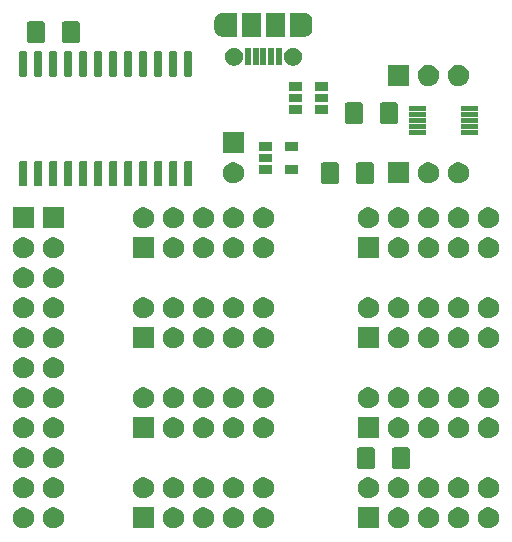
<source format=gbr>
G04 #@! TF.GenerationSoftware,KiCad,Pcbnew,5.1.5*
G04 #@! TF.CreationDate,2020-05-18T04:02:55+03:00*
G04 #@! TF.ProjectId,usb-tester,7573622d-7465-4737-9465-722e6b696361,rev?*
G04 #@! TF.SameCoordinates,Original*
G04 #@! TF.FileFunction,Soldermask,Top*
G04 #@! TF.FilePolarity,Negative*
%FSLAX46Y46*%
G04 Gerber Fmt 4.6, Leading zero omitted, Abs format (unit mm)*
G04 Created by KiCad (PCBNEW 5.1.5) date 2020-05-18 04:02:55*
%MOMM*%
%LPD*%
G04 APERTURE LIST*
%ADD10C,0.100000*%
G04 APERTURE END LIST*
D10*
G36*
X131071062Y-100739394D02*
G01*
X131233942Y-100806861D01*
X131380530Y-100904808D01*
X131505192Y-101029470D01*
X131603139Y-101176058D01*
X131670606Y-101338938D01*
X131705000Y-101511850D01*
X131705000Y-101688150D01*
X131670606Y-101861062D01*
X131603139Y-102023942D01*
X131505192Y-102170530D01*
X131380530Y-102295192D01*
X131233942Y-102393139D01*
X131071062Y-102460606D01*
X130898150Y-102495000D01*
X130721850Y-102495000D01*
X130548938Y-102460606D01*
X130386058Y-102393139D01*
X130239470Y-102295192D01*
X130114808Y-102170530D01*
X130016861Y-102023942D01*
X129949394Y-101861062D01*
X129915000Y-101688150D01*
X129915000Y-101511850D01*
X129949394Y-101338938D01*
X130016861Y-101176058D01*
X130114808Y-101029470D01*
X130239470Y-100904808D01*
X130386058Y-100806861D01*
X130548938Y-100739394D01*
X130721850Y-100705000D01*
X130898150Y-100705000D01*
X131071062Y-100739394D01*
G37*
G36*
X128531062Y-100739394D02*
G01*
X128693942Y-100806861D01*
X128840530Y-100904808D01*
X128965192Y-101029470D01*
X129063139Y-101176058D01*
X129130606Y-101338938D01*
X129165000Y-101511850D01*
X129165000Y-101688150D01*
X129130606Y-101861062D01*
X129063139Y-102023942D01*
X128965192Y-102170530D01*
X128840530Y-102295192D01*
X128693942Y-102393139D01*
X128531062Y-102460606D01*
X128358150Y-102495000D01*
X128181850Y-102495000D01*
X128008938Y-102460606D01*
X127846058Y-102393139D01*
X127699470Y-102295192D01*
X127574808Y-102170530D01*
X127476861Y-102023942D01*
X127409394Y-101861062D01*
X127375000Y-101688150D01*
X127375000Y-101511850D01*
X127409394Y-101338938D01*
X127476861Y-101176058D01*
X127574808Y-101029470D01*
X127699470Y-100904808D01*
X127846058Y-100806861D01*
X128008938Y-100739394D01*
X128181850Y-100705000D01*
X128358150Y-100705000D01*
X128531062Y-100739394D01*
G37*
G36*
X91701062Y-100739394D02*
G01*
X91863942Y-100806861D01*
X92010530Y-100904808D01*
X92135192Y-101029470D01*
X92233139Y-101176058D01*
X92300606Y-101338938D01*
X92335000Y-101511850D01*
X92335000Y-101688150D01*
X92300606Y-101861062D01*
X92233139Y-102023942D01*
X92135192Y-102170530D01*
X92010530Y-102295192D01*
X91863942Y-102393139D01*
X91701062Y-102460606D01*
X91528150Y-102495000D01*
X91351850Y-102495000D01*
X91178938Y-102460606D01*
X91016058Y-102393139D01*
X90869470Y-102295192D01*
X90744808Y-102170530D01*
X90646861Y-102023942D01*
X90579394Y-101861062D01*
X90545000Y-101688150D01*
X90545000Y-101511850D01*
X90579394Y-101338938D01*
X90646861Y-101176058D01*
X90744808Y-101029470D01*
X90869470Y-100904808D01*
X91016058Y-100806861D01*
X91178938Y-100739394D01*
X91351850Y-100705000D01*
X91528150Y-100705000D01*
X91701062Y-100739394D01*
G37*
G36*
X94241062Y-100739394D02*
G01*
X94403942Y-100806861D01*
X94550530Y-100904808D01*
X94675192Y-101029470D01*
X94773139Y-101176058D01*
X94840606Y-101338938D01*
X94875000Y-101511850D01*
X94875000Y-101688150D01*
X94840606Y-101861062D01*
X94773139Y-102023942D01*
X94675192Y-102170530D01*
X94550530Y-102295192D01*
X94403942Y-102393139D01*
X94241062Y-102460606D01*
X94068150Y-102495000D01*
X93891850Y-102495000D01*
X93718938Y-102460606D01*
X93556058Y-102393139D01*
X93409470Y-102295192D01*
X93284808Y-102170530D01*
X93186861Y-102023942D01*
X93119394Y-101861062D01*
X93085000Y-101688150D01*
X93085000Y-101511850D01*
X93119394Y-101338938D01*
X93186861Y-101176058D01*
X93284808Y-101029470D01*
X93409470Y-100904808D01*
X93556058Y-100806861D01*
X93718938Y-100739394D01*
X93891850Y-100705000D01*
X94068150Y-100705000D01*
X94241062Y-100739394D01*
G37*
G36*
X102495000Y-102495000D02*
G01*
X100705000Y-102495000D01*
X100705000Y-100705000D01*
X102495000Y-100705000D01*
X102495000Y-102495000D01*
G37*
G36*
X104401062Y-100739394D02*
G01*
X104563942Y-100806861D01*
X104710530Y-100904808D01*
X104835192Y-101029470D01*
X104933139Y-101176058D01*
X105000606Y-101338938D01*
X105035000Y-101511850D01*
X105035000Y-101688150D01*
X105000606Y-101861062D01*
X104933139Y-102023942D01*
X104835192Y-102170530D01*
X104710530Y-102295192D01*
X104563942Y-102393139D01*
X104401062Y-102460606D01*
X104228150Y-102495000D01*
X104051850Y-102495000D01*
X103878938Y-102460606D01*
X103716058Y-102393139D01*
X103569470Y-102295192D01*
X103444808Y-102170530D01*
X103346861Y-102023942D01*
X103279394Y-101861062D01*
X103245000Y-101688150D01*
X103245000Y-101511850D01*
X103279394Y-101338938D01*
X103346861Y-101176058D01*
X103444808Y-101029470D01*
X103569470Y-100904808D01*
X103716058Y-100806861D01*
X103878938Y-100739394D01*
X104051850Y-100705000D01*
X104228150Y-100705000D01*
X104401062Y-100739394D01*
G37*
G36*
X106941062Y-100739394D02*
G01*
X107103942Y-100806861D01*
X107250530Y-100904808D01*
X107375192Y-101029470D01*
X107473139Y-101176058D01*
X107540606Y-101338938D01*
X107575000Y-101511850D01*
X107575000Y-101688150D01*
X107540606Y-101861062D01*
X107473139Y-102023942D01*
X107375192Y-102170530D01*
X107250530Y-102295192D01*
X107103942Y-102393139D01*
X106941062Y-102460606D01*
X106768150Y-102495000D01*
X106591850Y-102495000D01*
X106418938Y-102460606D01*
X106256058Y-102393139D01*
X106109470Y-102295192D01*
X105984808Y-102170530D01*
X105886861Y-102023942D01*
X105819394Y-101861062D01*
X105785000Y-101688150D01*
X105785000Y-101511850D01*
X105819394Y-101338938D01*
X105886861Y-101176058D01*
X105984808Y-101029470D01*
X106109470Y-100904808D01*
X106256058Y-100806861D01*
X106418938Y-100739394D01*
X106591850Y-100705000D01*
X106768150Y-100705000D01*
X106941062Y-100739394D01*
G37*
G36*
X109481062Y-100739394D02*
G01*
X109643942Y-100806861D01*
X109790530Y-100904808D01*
X109915192Y-101029470D01*
X110013139Y-101176058D01*
X110080606Y-101338938D01*
X110115000Y-101511850D01*
X110115000Y-101688150D01*
X110080606Y-101861062D01*
X110013139Y-102023942D01*
X109915192Y-102170530D01*
X109790530Y-102295192D01*
X109643942Y-102393139D01*
X109481062Y-102460606D01*
X109308150Y-102495000D01*
X109131850Y-102495000D01*
X108958938Y-102460606D01*
X108796058Y-102393139D01*
X108649470Y-102295192D01*
X108524808Y-102170530D01*
X108426861Y-102023942D01*
X108359394Y-101861062D01*
X108325000Y-101688150D01*
X108325000Y-101511850D01*
X108359394Y-101338938D01*
X108426861Y-101176058D01*
X108524808Y-101029470D01*
X108649470Y-100904808D01*
X108796058Y-100806861D01*
X108958938Y-100739394D01*
X109131850Y-100705000D01*
X109308150Y-100705000D01*
X109481062Y-100739394D01*
G37*
G36*
X112021062Y-100739394D02*
G01*
X112183942Y-100806861D01*
X112330530Y-100904808D01*
X112455192Y-101029470D01*
X112553139Y-101176058D01*
X112620606Y-101338938D01*
X112655000Y-101511850D01*
X112655000Y-101688150D01*
X112620606Y-101861062D01*
X112553139Y-102023942D01*
X112455192Y-102170530D01*
X112330530Y-102295192D01*
X112183942Y-102393139D01*
X112021062Y-102460606D01*
X111848150Y-102495000D01*
X111671850Y-102495000D01*
X111498938Y-102460606D01*
X111336058Y-102393139D01*
X111189470Y-102295192D01*
X111064808Y-102170530D01*
X110966861Y-102023942D01*
X110899394Y-101861062D01*
X110865000Y-101688150D01*
X110865000Y-101511850D01*
X110899394Y-101338938D01*
X110966861Y-101176058D01*
X111064808Y-101029470D01*
X111189470Y-100904808D01*
X111336058Y-100806861D01*
X111498938Y-100739394D01*
X111671850Y-100705000D01*
X111848150Y-100705000D01*
X112021062Y-100739394D01*
G37*
G36*
X121545000Y-102495000D02*
G01*
X119755000Y-102495000D01*
X119755000Y-100705000D01*
X121545000Y-100705000D01*
X121545000Y-102495000D01*
G37*
G36*
X123451062Y-100739394D02*
G01*
X123613942Y-100806861D01*
X123760530Y-100904808D01*
X123885192Y-101029470D01*
X123983139Y-101176058D01*
X124050606Y-101338938D01*
X124085000Y-101511850D01*
X124085000Y-101688150D01*
X124050606Y-101861062D01*
X123983139Y-102023942D01*
X123885192Y-102170530D01*
X123760530Y-102295192D01*
X123613942Y-102393139D01*
X123451062Y-102460606D01*
X123278150Y-102495000D01*
X123101850Y-102495000D01*
X122928938Y-102460606D01*
X122766058Y-102393139D01*
X122619470Y-102295192D01*
X122494808Y-102170530D01*
X122396861Y-102023942D01*
X122329394Y-101861062D01*
X122295000Y-101688150D01*
X122295000Y-101511850D01*
X122329394Y-101338938D01*
X122396861Y-101176058D01*
X122494808Y-101029470D01*
X122619470Y-100904808D01*
X122766058Y-100806861D01*
X122928938Y-100739394D01*
X123101850Y-100705000D01*
X123278150Y-100705000D01*
X123451062Y-100739394D01*
G37*
G36*
X125991062Y-100739394D02*
G01*
X126153942Y-100806861D01*
X126300530Y-100904808D01*
X126425192Y-101029470D01*
X126523139Y-101176058D01*
X126590606Y-101338938D01*
X126625000Y-101511850D01*
X126625000Y-101688150D01*
X126590606Y-101861062D01*
X126523139Y-102023942D01*
X126425192Y-102170530D01*
X126300530Y-102295192D01*
X126153942Y-102393139D01*
X125991062Y-102460606D01*
X125818150Y-102495000D01*
X125641850Y-102495000D01*
X125468938Y-102460606D01*
X125306058Y-102393139D01*
X125159470Y-102295192D01*
X125034808Y-102170530D01*
X124936861Y-102023942D01*
X124869394Y-101861062D01*
X124835000Y-101688150D01*
X124835000Y-101511850D01*
X124869394Y-101338938D01*
X124936861Y-101176058D01*
X125034808Y-101029470D01*
X125159470Y-100904808D01*
X125306058Y-100806861D01*
X125468938Y-100739394D01*
X125641850Y-100705000D01*
X125818150Y-100705000D01*
X125991062Y-100739394D01*
G37*
G36*
X101861062Y-98199394D02*
G01*
X102023942Y-98266861D01*
X102170530Y-98364808D01*
X102295192Y-98489470D01*
X102393139Y-98636058D01*
X102460606Y-98798938D01*
X102495000Y-98971850D01*
X102495000Y-99148150D01*
X102460606Y-99321062D01*
X102393139Y-99483942D01*
X102295192Y-99630530D01*
X102170530Y-99755192D01*
X102023942Y-99853139D01*
X101861062Y-99920606D01*
X101688150Y-99955000D01*
X101511850Y-99955000D01*
X101338938Y-99920606D01*
X101176058Y-99853139D01*
X101029470Y-99755192D01*
X100904808Y-99630530D01*
X100806861Y-99483942D01*
X100739394Y-99321062D01*
X100705000Y-99148150D01*
X100705000Y-98971850D01*
X100739394Y-98798938D01*
X100806861Y-98636058D01*
X100904808Y-98489470D01*
X101029470Y-98364808D01*
X101176058Y-98266861D01*
X101338938Y-98199394D01*
X101511850Y-98165000D01*
X101688150Y-98165000D01*
X101861062Y-98199394D01*
G37*
G36*
X94241062Y-98199394D02*
G01*
X94403942Y-98266861D01*
X94550530Y-98364808D01*
X94675192Y-98489470D01*
X94773139Y-98636058D01*
X94840606Y-98798938D01*
X94875000Y-98971850D01*
X94875000Y-99148150D01*
X94840606Y-99321062D01*
X94773139Y-99483942D01*
X94675192Y-99630530D01*
X94550530Y-99755192D01*
X94403942Y-99853139D01*
X94241062Y-99920606D01*
X94068150Y-99955000D01*
X93891850Y-99955000D01*
X93718938Y-99920606D01*
X93556058Y-99853139D01*
X93409470Y-99755192D01*
X93284808Y-99630530D01*
X93186861Y-99483942D01*
X93119394Y-99321062D01*
X93085000Y-99148150D01*
X93085000Y-98971850D01*
X93119394Y-98798938D01*
X93186861Y-98636058D01*
X93284808Y-98489470D01*
X93409470Y-98364808D01*
X93556058Y-98266861D01*
X93718938Y-98199394D01*
X93891850Y-98165000D01*
X94068150Y-98165000D01*
X94241062Y-98199394D01*
G37*
G36*
X120911062Y-98199394D02*
G01*
X121073942Y-98266861D01*
X121220530Y-98364808D01*
X121345192Y-98489470D01*
X121443139Y-98636058D01*
X121510606Y-98798938D01*
X121545000Y-98971850D01*
X121545000Y-99148150D01*
X121510606Y-99321062D01*
X121443139Y-99483942D01*
X121345192Y-99630530D01*
X121220530Y-99755192D01*
X121073942Y-99853139D01*
X120911062Y-99920606D01*
X120738150Y-99955000D01*
X120561850Y-99955000D01*
X120388938Y-99920606D01*
X120226058Y-99853139D01*
X120079470Y-99755192D01*
X119954808Y-99630530D01*
X119856861Y-99483942D01*
X119789394Y-99321062D01*
X119755000Y-99148150D01*
X119755000Y-98971850D01*
X119789394Y-98798938D01*
X119856861Y-98636058D01*
X119954808Y-98489470D01*
X120079470Y-98364808D01*
X120226058Y-98266861D01*
X120388938Y-98199394D01*
X120561850Y-98165000D01*
X120738150Y-98165000D01*
X120911062Y-98199394D01*
G37*
G36*
X131071062Y-98199394D02*
G01*
X131233942Y-98266861D01*
X131380530Y-98364808D01*
X131505192Y-98489470D01*
X131603139Y-98636058D01*
X131670606Y-98798938D01*
X131705000Y-98971850D01*
X131705000Y-99148150D01*
X131670606Y-99321062D01*
X131603139Y-99483942D01*
X131505192Y-99630530D01*
X131380530Y-99755192D01*
X131233942Y-99853139D01*
X131071062Y-99920606D01*
X130898150Y-99955000D01*
X130721850Y-99955000D01*
X130548938Y-99920606D01*
X130386058Y-99853139D01*
X130239470Y-99755192D01*
X130114808Y-99630530D01*
X130016861Y-99483942D01*
X129949394Y-99321062D01*
X129915000Y-99148150D01*
X129915000Y-98971850D01*
X129949394Y-98798938D01*
X130016861Y-98636058D01*
X130114808Y-98489470D01*
X130239470Y-98364808D01*
X130386058Y-98266861D01*
X130548938Y-98199394D01*
X130721850Y-98165000D01*
X130898150Y-98165000D01*
X131071062Y-98199394D01*
G37*
G36*
X112021062Y-98199394D02*
G01*
X112183942Y-98266861D01*
X112330530Y-98364808D01*
X112455192Y-98489470D01*
X112553139Y-98636058D01*
X112620606Y-98798938D01*
X112655000Y-98971850D01*
X112655000Y-99148150D01*
X112620606Y-99321062D01*
X112553139Y-99483942D01*
X112455192Y-99630530D01*
X112330530Y-99755192D01*
X112183942Y-99853139D01*
X112021062Y-99920606D01*
X111848150Y-99955000D01*
X111671850Y-99955000D01*
X111498938Y-99920606D01*
X111336058Y-99853139D01*
X111189470Y-99755192D01*
X111064808Y-99630530D01*
X110966861Y-99483942D01*
X110899394Y-99321062D01*
X110865000Y-99148150D01*
X110865000Y-98971850D01*
X110899394Y-98798938D01*
X110966861Y-98636058D01*
X111064808Y-98489470D01*
X111189470Y-98364808D01*
X111336058Y-98266861D01*
X111498938Y-98199394D01*
X111671850Y-98165000D01*
X111848150Y-98165000D01*
X112021062Y-98199394D01*
G37*
G36*
X109481062Y-98199394D02*
G01*
X109643942Y-98266861D01*
X109790530Y-98364808D01*
X109915192Y-98489470D01*
X110013139Y-98636058D01*
X110080606Y-98798938D01*
X110115000Y-98971850D01*
X110115000Y-99148150D01*
X110080606Y-99321062D01*
X110013139Y-99483942D01*
X109915192Y-99630530D01*
X109790530Y-99755192D01*
X109643942Y-99853139D01*
X109481062Y-99920606D01*
X109308150Y-99955000D01*
X109131850Y-99955000D01*
X108958938Y-99920606D01*
X108796058Y-99853139D01*
X108649470Y-99755192D01*
X108524808Y-99630530D01*
X108426861Y-99483942D01*
X108359394Y-99321062D01*
X108325000Y-99148150D01*
X108325000Y-98971850D01*
X108359394Y-98798938D01*
X108426861Y-98636058D01*
X108524808Y-98489470D01*
X108649470Y-98364808D01*
X108796058Y-98266861D01*
X108958938Y-98199394D01*
X109131850Y-98165000D01*
X109308150Y-98165000D01*
X109481062Y-98199394D01*
G37*
G36*
X91701062Y-98199394D02*
G01*
X91863942Y-98266861D01*
X92010530Y-98364808D01*
X92135192Y-98489470D01*
X92233139Y-98636058D01*
X92300606Y-98798938D01*
X92335000Y-98971850D01*
X92335000Y-99148150D01*
X92300606Y-99321062D01*
X92233139Y-99483942D01*
X92135192Y-99630530D01*
X92010530Y-99755192D01*
X91863942Y-99853139D01*
X91701062Y-99920606D01*
X91528150Y-99955000D01*
X91351850Y-99955000D01*
X91178938Y-99920606D01*
X91016058Y-99853139D01*
X90869470Y-99755192D01*
X90744808Y-99630530D01*
X90646861Y-99483942D01*
X90579394Y-99321062D01*
X90545000Y-99148150D01*
X90545000Y-98971850D01*
X90579394Y-98798938D01*
X90646861Y-98636058D01*
X90744808Y-98489470D01*
X90869470Y-98364808D01*
X91016058Y-98266861D01*
X91178938Y-98199394D01*
X91351850Y-98165000D01*
X91528150Y-98165000D01*
X91701062Y-98199394D01*
G37*
G36*
X128531062Y-98199394D02*
G01*
X128693942Y-98266861D01*
X128840530Y-98364808D01*
X128965192Y-98489470D01*
X129063139Y-98636058D01*
X129130606Y-98798938D01*
X129165000Y-98971850D01*
X129165000Y-99148150D01*
X129130606Y-99321062D01*
X129063139Y-99483942D01*
X128965192Y-99630530D01*
X128840530Y-99755192D01*
X128693942Y-99853139D01*
X128531062Y-99920606D01*
X128358150Y-99955000D01*
X128181850Y-99955000D01*
X128008938Y-99920606D01*
X127846058Y-99853139D01*
X127699470Y-99755192D01*
X127574808Y-99630530D01*
X127476861Y-99483942D01*
X127409394Y-99321062D01*
X127375000Y-99148150D01*
X127375000Y-98971850D01*
X127409394Y-98798938D01*
X127476861Y-98636058D01*
X127574808Y-98489470D01*
X127699470Y-98364808D01*
X127846058Y-98266861D01*
X128008938Y-98199394D01*
X128181850Y-98165000D01*
X128358150Y-98165000D01*
X128531062Y-98199394D01*
G37*
G36*
X104401062Y-98199394D02*
G01*
X104563942Y-98266861D01*
X104710530Y-98364808D01*
X104835192Y-98489470D01*
X104933139Y-98636058D01*
X105000606Y-98798938D01*
X105035000Y-98971850D01*
X105035000Y-99148150D01*
X105000606Y-99321062D01*
X104933139Y-99483942D01*
X104835192Y-99630530D01*
X104710530Y-99755192D01*
X104563942Y-99853139D01*
X104401062Y-99920606D01*
X104228150Y-99955000D01*
X104051850Y-99955000D01*
X103878938Y-99920606D01*
X103716058Y-99853139D01*
X103569470Y-99755192D01*
X103444808Y-99630530D01*
X103346861Y-99483942D01*
X103279394Y-99321062D01*
X103245000Y-99148150D01*
X103245000Y-98971850D01*
X103279394Y-98798938D01*
X103346861Y-98636058D01*
X103444808Y-98489470D01*
X103569470Y-98364808D01*
X103716058Y-98266861D01*
X103878938Y-98199394D01*
X104051850Y-98165000D01*
X104228150Y-98165000D01*
X104401062Y-98199394D01*
G37*
G36*
X123451062Y-98199394D02*
G01*
X123613942Y-98266861D01*
X123760530Y-98364808D01*
X123885192Y-98489470D01*
X123983139Y-98636058D01*
X124050606Y-98798938D01*
X124085000Y-98971850D01*
X124085000Y-99148150D01*
X124050606Y-99321062D01*
X123983139Y-99483942D01*
X123885192Y-99630530D01*
X123760530Y-99755192D01*
X123613942Y-99853139D01*
X123451062Y-99920606D01*
X123278150Y-99955000D01*
X123101850Y-99955000D01*
X122928938Y-99920606D01*
X122766058Y-99853139D01*
X122619470Y-99755192D01*
X122494808Y-99630530D01*
X122396861Y-99483942D01*
X122329394Y-99321062D01*
X122295000Y-99148150D01*
X122295000Y-98971850D01*
X122329394Y-98798938D01*
X122396861Y-98636058D01*
X122494808Y-98489470D01*
X122619470Y-98364808D01*
X122766058Y-98266861D01*
X122928938Y-98199394D01*
X123101850Y-98165000D01*
X123278150Y-98165000D01*
X123451062Y-98199394D01*
G37*
G36*
X125991062Y-98199394D02*
G01*
X126153942Y-98266861D01*
X126300530Y-98364808D01*
X126425192Y-98489470D01*
X126523139Y-98636058D01*
X126590606Y-98798938D01*
X126625000Y-98971850D01*
X126625000Y-99148150D01*
X126590606Y-99321062D01*
X126523139Y-99483942D01*
X126425192Y-99630530D01*
X126300530Y-99755192D01*
X126153942Y-99853139D01*
X125991062Y-99920606D01*
X125818150Y-99955000D01*
X125641850Y-99955000D01*
X125468938Y-99920606D01*
X125306058Y-99853139D01*
X125159470Y-99755192D01*
X125034808Y-99630530D01*
X124936861Y-99483942D01*
X124869394Y-99321062D01*
X124835000Y-99148150D01*
X124835000Y-98971850D01*
X124869394Y-98798938D01*
X124936861Y-98636058D01*
X125034808Y-98489470D01*
X125159470Y-98364808D01*
X125306058Y-98266861D01*
X125468938Y-98199394D01*
X125641850Y-98165000D01*
X125818150Y-98165000D01*
X125991062Y-98199394D01*
G37*
G36*
X106941062Y-98199394D02*
G01*
X107103942Y-98266861D01*
X107250530Y-98364808D01*
X107375192Y-98489470D01*
X107473139Y-98636058D01*
X107540606Y-98798938D01*
X107575000Y-98971850D01*
X107575000Y-99148150D01*
X107540606Y-99321062D01*
X107473139Y-99483942D01*
X107375192Y-99630530D01*
X107250530Y-99755192D01*
X107103942Y-99853139D01*
X106941062Y-99920606D01*
X106768150Y-99955000D01*
X106591850Y-99955000D01*
X106418938Y-99920606D01*
X106256058Y-99853139D01*
X106109470Y-99755192D01*
X105984808Y-99630530D01*
X105886861Y-99483942D01*
X105819394Y-99321062D01*
X105785000Y-99148150D01*
X105785000Y-98971850D01*
X105819394Y-98798938D01*
X105886861Y-98636058D01*
X105984808Y-98489470D01*
X106109470Y-98364808D01*
X106256058Y-98266861D01*
X106418938Y-98199394D01*
X106591850Y-98165000D01*
X106768150Y-98165000D01*
X106941062Y-98199394D01*
G37*
G36*
X121002399Y-95604717D02*
G01*
X121046068Y-95617964D01*
X121086308Y-95639473D01*
X121121580Y-95668420D01*
X121150527Y-95703692D01*
X121172036Y-95743932D01*
X121185283Y-95787601D01*
X121190000Y-95835493D01*
X121190000Y-97204507D01*
X121185283Y-97252399D01*
X121172036Y-97296068D01*
X121150527Y-97336308D01*
X121121580Y-97371580D01*
X121086308Y-97400527D01*
X121046068Y-97422036D01*
X121002399Y-97435283D01*
X120954507Y-97440000D01*
X119910493Y-97440000D01*
X119862601Y-97435283D01*
X119818932Y-97422036D01*
X119778692Y-97400527D01*
X119743420Y-97371580D01*
X119714473Y-97336308D01*
X119692964Y-97296068D01*
X119679717Y-97252399D01*
X119675000Y-97204507D01*
X119675000Y-95835493D01*
X119679717Y-95787601D01*
X119692964Y-95743932D01*
X119714473Y-95703692D01*
X119743420Y-95668420D01*
X119778692Y-95639473D01*
X119818932Y-95617964D01*
X119862601Y-95604717D01*
X119910493Y-95600000D01*
X120954507Y-95600000D01*
X121002399Y-95604717D01*
G37*
G36*
X123977399Y-95604717D02*
G01*
X124021068Y-95617964D01*
X124061308Y-95639473D01*
X124096580Y-95668420D01*
X124125527Y-95703692D01*
X124147036Y-95743932D01*
X124160283Y-95787601D01*
X124165000Y-95835493D01*
X124165000Y-97204507D01*
X124160283Y-97252399D01*
X124147036Y-97296068D01*
X124125527Y-97336308D01*
X124096580Y-97371580D01*
X124061308Y-97400527D01*
X124021068Y-97422036D01*
X123977399Y-97435283D01*
X123929507Y-97440000D01*
X122885493Y-97440000D01*
X122837601Y-97435283D01*
X122793932Y-97422036D01*
X122753692Y-97400527D01*
X122718420Y-97371580D01*
X122689473Y-97336308D01*
X122667964Y-97296068D01*
X122654717Y-97252399D01*
X122650000Y-97204507D01*
X122650000Y-95835493D01*
X122654717Y-95787601D01*
X122667964Y-95743932D01*
X122689473Y-95703692D01*
X122718420Y-95668420D01*
X122753692Y-95639473D01*
X122793932Y-95617964D01*
X122837601Y-95604717D01*
X122885493Y-95600000D01*
X123929507Y-95600000D01*
X123977399Y-95604717D01*
G37*
G36*
X94241062Y-95659394D02*
G01*
X94403942Y-95726861D01*
X94550530Y-95824808D01*
X94675192Y-95949470D01*
X94773139Y-96096058D01*
X94840606Y-96258938D01*
X94875000Y-96431850D01*
X94875000Y-96608150D01*
X94840606Y-96781062D01*
X94773139Y-96943942D01*
X94675192Y-97090530D01*
X94550530Y-97215192D01*
X94403942Y-97313139D01*
X94241062Y-97380606D01*
X94068150Y-97415000D01*
X93891850Y-97415000D01*
X93718938Y-97380606D01*
X93556058Y-97313139D01*
X93409470Y-97215192D01*
X93284808Y-97090530D01*
X93186861Y-96943942D01*
X93119394Y-96781062D01*
X93085000Y-96608150D01*
X93085000Y-96431850D01*
X93119394Y-96258938D01*
X93186861Y-96096058D01*
X93284808Y-95949470D01*
X93409470Y-95824808D01*
X93556058Y-95726861D01*
X93718938Y-95659394D01*
X93891850Y-95625000D01*
X94068150Y-95625000D01*
X94241062Y-95659394D01*
G37*
G36*
X91701062Y-95659394D02*
G01*
X91863942Y-95726861D01*
X92010530Y-95824808D01*
X92135192Y-95949470D01*
X92233139Y-96096058D01*
X92300606Y-96258938D01*
X92335000Y-96431850D01*
X92335000Y-96608150D01*
X92300606Y-96781062D01*
X92233139Y-96943942D01*
X92135192Y-97090530D01*
X92010530Y-97215192D01*
X91863942Y-97313139D01*
X91701062Y-97380606D01*
X91528150Y-97415000D01*
X91351850Y-97415000D01*
X91178938Y-97380606D01*
X91016058Y-97313139D01*
X90869470Y-97215192D01*
X90744808Y-97090530D01*
X90646861Y-96943942D01*
X90579394Y-96781062D01*
X90545000Y-96608150D01*
X90545000Y-96431850D01*
X90579394Y-96258938D01*
X90646861Y-96096058D01*
X90744808Y-95949470D01*
X90869470Y-95824808D01*
X91016058Y-95726861D01*
X91178938Y-95659394D01*
X91351850Y-95625000D01*
X91528150Y-95625000D01*
X91701062Y-95659394D01*
G37*
G36*
X109481062Y-93119394D02*
G01*
X109643942Y-93186861D01*
X109790530Y-93284808D01*
X109915192Y-93409470D01*
X110013139Y-93556058D01*
X110080606Y-93718938D01*
X110115000Y-93891850D01*
X110115000Y-94068150D01*
X110080606Y-94241062D01*
X110013139Y-94403942D01*
X109915192Y-94550530D01*
X109790530Y-94675192D01*
X109643942Y-94773139D01*
X109481062Y-94840606D01*
X109308150Y-94875000D01*
X109131850Y-94875000D01*
X108958938Y-94840606D01*
X108796058Y-94773139D01*
X108649470Y-94675192D01*
X108524808Y-94550530D01*
X108426861Y-94403942D01*
X108359394Y-94241062D01*
X108325000Y-94068150D01*
X108325000Y-93891850D01*
X108359394Y-93718938D01*
X108426861Y-93556058D01*
X108524808Y-93409470D01*
X108649470Y-93284808D01*
X108796058Y-93186861D01*
X108958938Y-93119394D01*
X109131850Y-93085000D01*
X109308150Y-93085000D01*
X109481062Y-93119394D01*
G37*
G36*
X131071062Y-93119394D02*
G01*
X131233942Y-93186861D01*
X131380530Y-93284808D01*
X131505192Y-93409470D01*
X131603139Y-93556058D01*
X131670606Y-93718938D01*
X131705000Y-93891850D01*
X131705000Y-94068150D01*
X131670606Y-94241062D01*
X131603139Y-94403942D01*
X131505192Y-94550530D01*
X131380530Y-94675192D01*
X131233942Y-94773139D01*
X131071062Y-94840606D01*
X130898150Y-94875000D01*
X130721850Y-94875000D01*
X130548938Y-94840606D01*
X130386058Y-94773139D01*
X130239470Y-94675192D01*
X130114808Y-94550530D01*
X130016861Y-94403942D01*
X129949394Y-94241062D01*
X129915000Y-94068150D01*
X129915000Y-93891850D01*
X129949394Y-93718938D01*
X130016861Y-93556058D01*
X130114808Y-93409470D01*
X130239470Y-93284808D01*
X130386058Y-93186861D01*
X130548938Y-93119394D01*
X130721850Y-93085000D01*
X130898150Y-93085000D01*
X131071062Y-93119394D01*
G37*
G36*
X128531062Y-93119394D02*
G01*
X128693942Y-93186861D01*
X128840530Y-93284808D01*
X128965192Y-93409470D01*
X129063139Y-93556058D01*
X129130606Y-93718938D01*
X129165000Y-93891850D01*
X129165000Y-94068150D01*
X129130606Y-94241062D01*
X129063139Y-94403942D01*
X128965192Y-94550530D01*
X128840530Y-94675192D01*
X128693942Y-94773139D01*
X128531062Y-94840606D01*
X128358150Y-94875000D01*
X128181850Y-94875000D01*
X128008938Y-94840606D01*
X127846058Y-94773139D01*
X127699470Y-94675192D01*
X127574808Y-94550530D01*
X127476861Y-94403942D01*
X127409394Y-94241062D01*
X127375000Y-94068150D01*
X127375000Y-93891850D01*
X127409394Y-93718938D01*
X127476861Y-93556058D01*
X127574808Y-93409470D01*
X127699470Y-93284808D01*
X127846058Y-93186861D01*
X128008938Y-93119394D01*
X128181850Y-93085000D01*
X128358150Y-93085000D01*
X128531062Y-93119394D01*
G37*
G36*
X125991062Y-93119394D02*
G01*
X126153942Y-93186861D01*
X126300530Y-93284808D01*
X126425192Y-93409470D01*
X126523139Y-93556058D01*
X126590606Y-93718938D01*
X126625000Y-93891850D01*
X126625000Y-94068150D01*
X126590606Y-94241062D01*
X126523139Y-94403942D01*
X126425192Y-94550530D01*
X126300530Y-94675192D01*
X126153942Y-94773139D01*
X125991062Y-94840606D01*
X125818150Y-94875000D01*
X125641850Y-94875000D01*
X125468938Y-94840606D01*
X125306058Y-94773139D01*
X125159470Y-94675192D01*
X125034808Y-94550530D01*
X124936861Y-94403942D01*
X124869394Y-94241062D01*
X124835000Y-94068150D01*
X124835000Y-93891850D01*
X124869394Y-93718938D01*
X124936861Y-93556058D01*
X125034808Y-93409470D01*
X125159470Y-93284808D01*
X125306058Y-93186861D01*
X125468938Y-93119394D01*
X125641850Y-93085000D01*
X125818150Y-93085000D01*
X125991062Y-93119394D01*
G37*
G36*
X123451062Y-93119394D02*
G01*
X123613942Y-93186861D01*
X123760530Y-93284808D01*
X123885192Y-93409470D01*
X123983139Y-93556058D01*
X124050606Y-93718938D01*
X124085000Y-93891850D01*
X124085000Y-94068150D01*
X124050606Y-94241062D01*
X123983139Y-94403942D01*
X123885192Y-94550530D01*
X123760530Y-94675192D01*
X123613942Y-94773139D01*
X123451062Y-94840606D01*
X123278150Y-94875000D01*
X123101850Y-94875000D01*
X122928938Y-94840606D01*
X122766058Y-94773139D01*
X122619470Y-94675192D01*
X122494808Y-94550530D01*
X122396861Y-94403942D01*
X122329394Y-94241062D01*
X122295000Y-94068150D01*
X122295000Y-93891850D01*
X122329394Y-93718938D01*
X122396861Y-93556058D01*
X122494808Y-93409470D01*
X122619470Y-93284808D01*
X122766058Y-93186861D01*
X122928938Y-93119394D01*
X123101850Y-93085000D01*
X123278150Y-93085000D01*
X123451062Y-93119394D01*
G37*
G36*
X102495000Y-94875000D02*
G01*
X100705000Y-94875000D01*
X100705000Y-93085000D01*
X102495000Y-93085000D01*
X102495000Y-94875000D01*
G37*
G36*
X94241062Y-93119394D02*
G01*
X94403942Y-93186861D01*
X94550530Y-93284808D01*
X94675192Y-93409470D01*
X94773139Y-93556058D01*
X94840606Y-93718938D01*
X94875000Y-93891850D01*
X94875000Y-94068150D01*
X94840606Y-94241062D01*
X94773139Y-94403942D01*
X94675192Y-94550530D01*
X94550530Y-94675192D01*
X94403942Y-94773139D01*
X94241062Y-94840606D01*
X94068150Y-94875000D01*
X93891850Y-94875000D01*
X93718938Y-94840606D01*
X93556058Y-94773139D01*
X93409470Y-94675192D01*
X93284808Y-94550530D01*
X93186861Y-94403942D01*
X93119394Y-94241062D01*
X93085000Y-94068150D01*
X93085000Y-93891850D01*
X93119394Y-93718938D01*
X93186861Y-93556058D01*
X93284808Y-93409470D01*
X93409470Y-93284808D01*
X93556058Y-93186861D01*
X93718938Y-93119394D01*
X93891850Y-93085000D01*
X94068150Y-93085000D01*
X94241062Y-93119394D01*
G37*
G36*
X112021062Y-93119394D02*
G01*
X112183942Y-93186861D01*
X112330530Y-93284808D01*
X112455192Y-93409470D01*
X112553139Y-93556058D01*
X112620606Y-93718938D01*
X112655000Y-93891850D01*
X112655000Y-94068150D01*
X112620606Y-94241062D01*
X112553139Y-94403942D01*
X112455192Y-94550530D01*
X112330530Y-94675192D01*
X112183942Y-94773139D01*
X112021062Y-94840606D01*
X111848150Y-94875000D01*
X111671850Y-94875000D01*
X111498938Y-94840606D01*
X111336058Y-94773139D01*
X111189470Y-94675192D01*
X111064808Y-94550530D01*
X110966861Y-94403942D01*
X110899394Y-94241062D01*
X110865000Y-94068150D01*
X110865000Y-93891850D01*
X110899394Y-93718938D01*
X110966861Y-93556058D01*
X111064808Y-93409470D01*
X111189470Y-93284808D01*
X111336058Y-93186861D01*
X111498938Y-93119394D01*
X111671850Y-93085000D01*
X111848150Y-93085000D01*
X112021062Y-93119394D01*
G37*
G36*
X91701062Y-93119394D02*
G01*
X91863942Y-93186861D01*
X92010530Y-93284808D01*
X92135192Y-93409470D01*
X92233139Y-93556058D01*
X92300606Y-93718938D01*
X92335000Y-93891850D01*
X92335000Y-94068150D01*
X92300606Y-94241062D01*
X92233139Y-94403942D01*
X92135192Y-94550530D01*
X92010530Y-94675192D01*
X91863942Y-94773139D01*
X91701062Y-94840606D01*
X91528150Y-94875000D01*
X91351850Y-94875000D01*
X91178938Y-94840606D01*
X91016058Y-94773139D01*
X90869470Y-94675192D01*
X90744808Y-94550530D01*
X90646861Y-94403942D01*
X90579394Y-94241062D01*
X90545000Y-94068150D01*
X90545000Y-93891850D01*
X90579394Y-93718938D01*
X90646861Y-93556058D01*
X90744808Y-93409470D01*
X90869470Y-93284808D01*
X91016058Y-93186861D01*
X91178938Y-93119394D01*
X91351850Y-93085000D01*
X91528150Y-93085000D01*
X91701062Y-93119394D01*
G37*
G36*
X106941062Y-93119394D02*
G01*
X107103942Y-93186861D01*
X107250530Y-93284808D01*
X107375192Y-93409470D01*
X107473139Y-93556058D01*
X107540606Y-93718938D01*
X107575000Y-93891850D01*
X107575000Y-94068150D01*
X107540606Y-94241062D01*
X107473139Y-94403942D01*
X107375192Y-94550530D01*
X107250530Y-94675192D01*
X107103942Y-94773139D01*
X106941062Y-94840606D01*
X106768150Y-94875000D01*
X106591850Y-94875000D01*
X106418938Y-94840606D01*
X106256058Y-94773139D01*
X106109470Y-94675192D01*
X105984808Y-94550530D01*
X105886861Y-94403942D01*
X105819394Y-94241062D01*
X105785000Y-94068150D01*
X105785000Y-93891850D01*
X105819394Y-93718938D01*
X105886861Y-93556058D01*
X105984808Y-93409470D01*
X106109470Y-93284808D01*
X106256058Y-93186861D01*
X106418938Y-93119394D01*
X106591850Y-93085000D01*
X106768150Y-93085000D01*
X106941062Y-93119394D01*
G37*
G36*
X104401062Y-93119394D02*
G01*
X104563942Y-93186861D01*
X104710530Y-93284808D01*
X104835192Y-93409470D01*
X104933139Y-93556058D01*
X105000606Y-93718938D01*
X105035000Y-93891850D01*
X105035000Y-94068150D01*
X105000606Y-94241062D01*
X104933139Y-94403942D01*
X104835192Y-94550530D01*
X104710530Y-94675192D01*
X104563942Y-94773139D01*
X104401062Y-94840606D01*
X104228150Y-94875000D01*
X104051850Y-94875000D01*
X103878938Y-94840606D01*
X103716058Y-94773139D01*
X103569470Y-94675192D01*
X103444808Y-94550530D01*
X103346861Y-94403942D01*
X103279394Y-94241062D01*
X103245000Y-94068150D01*
X103245000Y-93891850D01*
X103279394Y-93718938D01*
X103346861Y-93556058D01*
X103444808Y-93409470D01*
X103569470Y-93284808D01*
X103716058Y-93186861D01*
X103878938Y-93119394D01*
X104051850Y-93085000D01*
X104228150Y-93085000D01*
X104401062Y-93119394D01*
G37*
G36*
X121545000Y-94875000D02*
G01*
X119755000Y-94875000D01*
X119755000Y-93085000D01*
X121545000Y-93085000D01*
X121545000Y-94875000D01*
G37*
G36*
X128531062Y-90579394D02*
G01*
X128693942Y-90646861D01*
X128840530Y-90744808D01*
X128965192Y-90869470D01*
X129063139Y-91016058D01*
X129130606Y-91178938D01*
X129165000Y-91351850D01*
X129165000Y-91528150D01*
X129130606Y-91701062D01*
X129063139Y-91863942D01*
X128965192Y-92010530D01*
X128840530Y-92135192D01*
X128693942Y-92233139D01*
X128531062Y-92300606D01*
X128358150Y-92335000D01*
X128181850Y-92335000D01*
X128008938Y-92300606D01*
X127846058Y-92233139D01*
X127699470Y-92135192D01*
X127574808Y-92010530D01*
X127476861Y-91863942D01*
X127409394Y-91701062D01*
X127375000Y-91528150D01*
X127375000Y-91351850D01*
X127409394Y-91178938D01*
X127476861Y-91016058D01*
X127574808Y-90869470D01*
X127699470Y-90744808D01*
X127846058Y-90646861D01*
X128008938Y-90579394D01*
X128181850Y-90545000D01*
X128358150Y-90545000D01*
X128531062Y-90579394D01*
G37*
G36*
X123451062Y-90579394D02*
G01*
X123613942Y-90646861D01*
X123760530Y-90744808D01*
X123885192Y-90869470D01*
X123983139Y-91016058D01*
X124050606Y-91178938D01*
X124085000Y-91351850D01*
X124085000Y-91528150D01*
X124050606Y-91701062D01*
X123983139Y-91863942D01*
X123885192Y-92010530D01*
X123760530Y-92135192D01*
X123613942Y-92233139D01*
X123451062Y-92300606D01*
X123278150Y-92335000D01*
X123101850Y-92335000D01*
X122928938Y-92300606D01*
X122766058Y-92233139D01*
X122619470Y-92135192D01*
X122494808Y-92010530D01*
X122396861Y-91863942D01*
X122329394Y-91701062D01*
X122295000Y-91528150D01*
X122295000Y-91351850D01*
X122329394Y-91178938D01*
X122396861Y-91016058D01*
X122494808Y-90869470D01*
X122619470Y-90744808D01*
X122766058Y-90646861D01*
X122928938Y-90579394D01*
X123101850Y-90545000D01*
X123278150Y-90545000D01*
X123451062Y-90579394D01*
G37*
G36*
X91701062Y-90579394D02*
G01*
X91863942Y-90646861D01*
X92010530Y-90744808D01*
X92135192Y-90869470D01*
X92233139Y-91016058D01*
X92300606Y-91178938D01*
X92335000Y-91351850D01*
X92335000Y-91528150D01*
X92300606Y-91701062D01*
X92233139Y-91863942D01*
X92135192Y-92010530D01*
X92010530Y-92135192D01*
X91863942Y-92233139D01*
X91701062Y-92300606D01*
X91528150Y-92335000D01*
X91351850Y-92335000D01*
X91178938Y-92300606D01*
X91016058Y-92233139D01*
X90869470Y-92135192D01*
X90744808Y-92010530D01*
X90646861Y-91863942D01*
X90579394Y-91701062D01*
X90545000Y-91528150D01*
X90545000Y-91351850D01*
X90579394Y-91178938D01*
X90646861Y-91016058D01*
X90744808Y-90869470D01*
X90869470Y-90744808D01*
X91016058Y-90646861D01*
X91178938Y-90579394D01*
X91351850Y-90545000D01*
X91528150Y-90545000D01*
X91701062Y-90579394D01*
G37*
G36*
X120911062Y-90579394D02*
G01*
X121073942Y-90646861D01*
X121220530Y-90744808D01*
X121345192Y-90869470D01*
X121443139Y-91016058D01*
X121510606Y-91178938D01*
X121545000Y-91351850D01*
X121545000Y-91528150D01*
X121510606Y-91701062D01*
X121443139Y-91863942D01*
X121345192Y-92010530D01*
X121220530Y-92135192D01*
X121073942Y-92233139D01*
X120911062Y-92300606D01*
X120738150Y-92335000D01*
X120561850Y-92335000D01*
X120388938Y-92300606D01*
X120226058Y-92233139D01*
X120079470Y-92135192D01*
X119954808Y-92010530D01*
X119856861Y-91863942D01*
X119789394Y-91701062D01*
X119755000Y-91528150D01*
X119755000Y-91351850D01*
X119789394Y-91178938D01*
X119856861Y-91016058D01*
X119954808Y-90869470D01*
X120079470Y-90744808D01*
X120226058Y-90646861D01*
X120388938Y-90579394D01*
X120561850Y-90545000D01*
X120738150Y-90545000D01*
X120911062Y-90579394D01*
G37*
G36*
X101861062Y-90579394D02*
G01*
X102023942Y-90646861D01*
X102170530Y-90744808D01*
X102295192Y-90869470D01*
X102393139Y-91016058D01*
X102460606Y-91178938D01*
X102495000Y-91351850D01*
X102495000Y-91528150D01*
X102460606Y-91701062D01*
X102393139Y-91863942D01*
X102295192Y-92010530D01*
X102170530Y-92135192D01*
X102023942Y-92233139D01*
X101861062Y-92300606D01*
X101688150Y-92335000D01*
X101511850Y-92335000D01*
X101338938Y-92300606D01*
X101176058Y-92233139D01*
X101029470Y-92135192D01*
X100904808Y-92010530D01*
X100806861Y-91863942D01*
X100739394Y-91701062D01*
X100705000Y-91528150D01*
X100705000Y-91351850D01*
X100739394Y-91178938D01*
X100806861Y-91016058D01*
X100904808Y-90869470D01*
X101029470Y-90744808D01*
X101176058Y-90646861D01*
X101338938Y-90579394D01*
X101511850Y-90545000D01*
X101688150Y-90545000D01*
X101861062Y-90579394D01*
G37*
G36*
X104401062Y-90579394D02*
G01*
X104563942Y-90646861D01*
X104710530Y-90744808D01*
X104835192Y-90869470D01*
X104933139Y-91016058D01*
X105000606Y-91178938D01*
X105035000Y-91351850D01*
X105035000Y-91528150D01*
X105000606Y-91701062D01*
X104933139Y-91863942D01*
X104835192Y-92010530D01*
X104710530Y-92135192D01*
X104563942Y-92233139D01*
X104401062Y-92300606D01*
X104228150Y-92335000D01*
X104051850Y-92335000D01*
X103878938Y-92300606D01*
X103716058Y-92233139D01*
X103569470Y-92135192D01*
X103444808Y-92010530D01*
X103346861Y-91863942D01*
X103279394Y-91701062D01*
X103245000Y-91528150D01*
X103245000Y-91351850D01*
X103279394Y-91178938D01*
X103346861Y-91016058D01*
X103444808Y-90869470D01*
X103569470Y-90744808D01*
X103716058Y-90646861D01*
X103878938Y-90579394D01*
X104051850Y-90545000D01*
X104228150Y-90545000D01*
X104401062Y-90579394D01*
G37*
G36*
X109481062Y-90579394D02*
G01*
X109643942Y-90646861D01*
X109790530Y-90744808D01*
X109915192Y-90869470D01*
X110013139Y-91016058D01*
X110080606Y-91178938D01*
X110115000Y-91351850D01*
X110115000Y-91528150D01*
X110080606Y-91701062D01*
X110013139Y-91863942D01*
X109915192Y-92010530D01*
X109790530Y-92135192D01*
X109643942Y-92233139D01*
X109481062Y-92300606D01*
X109308150Y-92335000D01*
X109131850Y-92335000D01*
X108958938Y-92300606D01*
X108796058Y-92233139D01*
X108649470Y-92135192D01*
X108524808Y-92010530D01*
X108426861Y-91863942D01*
X108359394Y-91701062D01*
X108325000Y-91528150D01*
X108325000Y-91351850D01*
X108359394Y-91178938D01*
X108426861Y-91016058D01*
X108524808Y-90869470D01*
X108649470Y-90744808D01*
X108796058Y-90646861D01*
X108958938Y-90579394D01*
X109131850Y-90545000D01*
X109308150Y-90545000D01*
X109481062Y-90579394D01*
G37*
G36*
X112021062Y-90579394D02*
G01*
X112183942Y-90646861D01*
X112330530Y-90744808D01*
X112455192Y-90869470D01*
X112553139Y-91016058D01*
X112620606Y-91178938D01*
X112655000Y-91351850D01*
X112655000Y-91528150D01*
X112620606Y-91701062D01*
X112553139Y-91863942D01*
X112455192Y-92010530D01*
X112330530Y-92135192D01*
X112183942Y-92233139D01*
X112021062Y-92300606D01*
X111848150Y-92335000D01*
X111671850Y-92335000D01*
X111498938Y-92300606D01*
X111336058Y-92233139D01*
X111189470Y-92135192D01*
X111064808Y-92010530D01*
X110966861Y-91863942D01*
X110899394Y-91701062D01*
X110865000Y-91528150D01*
X110865000Y-91351850D01*
X110899394Y-91178938D01*
X110966861Y-91016058D01*
X111064808Y-90869470D01*
X111189470Y-90744808D01*
X111336058Y-90646861D01*
X111498938Y-90579394D01*
X111671850Y-90545000D01*
X111848150Y-90545000D01*
X112021062Y-90579394D01*
G37*
G36*
X125991062Y-90579394D02*
G01*
X126153942Y-90646861D01*
X126300530Y-90744808D01*
X126425192Y-90869470D01*
X126523139Y-91016058D01*
X126590606Y-91178938D01*
X126625000Y-91351850D01*
X126625000Y-91528150D01*
X126590606Y-91701062D01*
X126523139Y-91863942D01*
X126425192Y-92010530D01*
X126300530Y-92135192D01*
X126153942Y-92233139D01*
X125991062Y-92300606D01*
X125818150Y-92335000D01*
X125641850Y-92335000D01*
X125468938Y-92300606D01*
X125306058Y-92233139D01*
X125159470Y-92135192D01*
X125034808Y-92010530D01*
X124936861Y-91863942D01*
X124869394Y-91701062D01*
X124835000Y-91528150D01*
X124835000Y-91351850D01*
X124869394Y-91178938D01*
X124936861Y-91016058D01*
X125034808Y-90869470D01*
X125159470Y-90744808D01*
X125306058Y-90646861D01*
X125468938Y-90579394D01*
X125641850Y-90545000D01*
X125818150Y-90545000D01*
X125991062Y-90579394D01*
G37*
G36*
X131071062Y-90579394D02*
G01*
X131233942Y-90646861D01*
X131380530Y-90744808D01*
X131505192Y-90869470D01*
X131603139Y-91016058D01*
X131670606Y-91178938D01*
X131705000Y-91351850D01*
X131705000Y-91528150D01*
X131670606Y-91701062D01*
X131603139Y-91863942D01*
X131505192Y-92010530D01*
X131380530Y-92135192D01*
X131233942Y-92233139D01*
X131071062Y-92300606D01*
X130898150Y-92335000D01*
X130721850Y-92335000D01*
X130548938Y-92300606D01*
X130386058Y-92233139D01*
X130239470Y-92135192D01*
X130114808Y-92010530D01*
X130016861Y-91863942D01*
X129949394Y-91701062D01*
X129915000Y-91528150D01*
X129915000Y-91351850D01*
X129949394Y-91178938D01*
X130016861Y-91016058D01*
X130114808Y-90869470D01*
X130239470Y-90744808D01*
X130386058Y-90646861D01*
X130548938Y-90579394D01*
X130721850Y-90545000D01*
X130898150Y-90545000D01*
X131071062Y-90579394D01*
G37*
G36*
X94241062Y-90579394D02*
G01*
X94403942Y-90646861D01*
X94550530Y-90744808D01*
X94675192Y-90869470D01*
X94773139Y-91016058D01*
X94840606Y-91178938D01*
X94875000Y-91351850D01*
X94875000Y-91528150D01*
X94840606Y-91701062D01*
X94773139Y-91863942D01*
X94675192Y-92010530D01*
X94550530Y-92135192D01*
X94403942Y-92233139D01*
X94241062Y-92300606D01*
X94068150Y-92335000D01*
X93891850Y-92335000D01*
X93718938Y-92300606D01*
X93556058Y-92233139D01*
X93409470Y-92135192D01*
X93284808Y-92010530D01*
X93186861Y-91863942D01*
X93119394Y-91701062D01*
X93085000Y-91528150D01*
X93085000Y-91351850D01*
X93119394Y-91178938D01*
X93186861Y-91016058D01*
X93284808Y-90869470D01*
X93409470Y-90744808D01*
X93556058Y-90646861D01*
X93718938Y-90579394D01*
X93891850Y-90545000D01*
X94068150Y-90545000D01*
X94241062Y-90579394D01*
G37*
G36*
X106941062Y-90579394D02*
G01*
X107103942Y-90646861D01*
X107250530Y-90744808D01*
X107375192Y-90869470D01*
X107473139Y-91016058D01*
X107540606Y-91178938D01*
X107575000Y-91351850D01*
X107575000Y-91528150D01*
X107540606Y-91701062D01*
X107473139Y-91863942D01*
X107375192Y-92010530D01*
X107250530Y-92135192D01*
X107103942Y-92233139D01*
X106941062Y-92300606D01*
X106768150Y-92335000D01*
X106591850Y-92335000D01*
X106418938Y-92300606D01*
X106256058Y-92233139D01*
X106109470Y-92135192D01*
X105984808Y-92010530D01*
X105886861Y-91863942D01*
X105819394Y-91701062D01*
X105785000Y-91528150D01*
X105785000Y-91351850D01*
X105819394Y-91178938D01*
X105886861Y-91016058D01*
X105984808Y-90869470D01*
X106109470Y-90744808D01*
X106256058Y-90646861D01*
X106418938Y-90579394D01*
X106591850Y-90545000D01*
X106768150Y-90545000D01*
X106941062Y-90579394D01*
G37*
G36*
X94241062Y-88039394D02*
G01*
X94403942Y-88106861D01*
X94550530Y-88204808D01*
X94675192Y-88329470D01*
X94773139Y-88476058D01*
X94840606Y-88638938D01*
X94875000Y-88811850D01*
X94875000Y-88988150D01*
X94840606Y-89161062D01*
X94773139Y-89323942D01*
X94675192Y-89470530D01*
X94550530Y-89595192D01*
X94403942Y-89693139D01*
X94241062Y-89760606D01*
X94068150Y-89795000D01*
X93891850Y-89795000D01*
X93718938Y-89760606D01*
X93556058Y-89693139D01*
X93409470Y-89595192D01*
X93284808Y-89470530D01*
X93186861Y-89323942D01*
X93119394Y-89161062D01*
X93085000Y-88988150D01*
X93085000Y-88811850D01*
X93119394Y-88638938D01*
X93186861Y-88476058D01*
X93284808Y-88329470D01*
X93409470Y-88204808D01*
X93556058Y-88106861D01*
X93718938Y-88039394D01*
X93891850Y-88005000D01*
X94068150Y-88005000D01*
X94241062Y-88039394D01*
G37*
G36*
X91701062Y-88039394D02*
G01*
X91863942Y-88106861D01*
X92010530Y-88204808D01*
X92135192Y-88329470D01*
X92233139Y-88476058D01*
X92300606Y-88638938D01*
X92335000Y-88811850D01*
X92335000Y-88988150D01*
X92300606Y-89161062D01*
X92233139Y-89323942D01*
X92135192Y-89470530D01*
X92010530Y-89595192D01*
X91863942Y-89693139D01*
X91701062Y-89760606D01*
X91528150Y-89795000D01*
X91351850Y-89795000D01*
X91178938Y-89760606D01*
X91016058Y-89693139D01*
X90869470Y-89595192D01*
X90744808Y-89470530D01*
X90646861Y-89323942D01*
X90579394Y-89161062D01*
X90545000Y-88988150D01*
X90545000Y-88811850D01*
X90579394Y-88638938D01*
X90646861Y-88476058D01*
X90744808Y-88329470D01*
X90869470Y-88204808D01*
X91016058Y-88106861D01*
X91178938Y-88039394D01*
X91351850Y-88005000D01*
X91528150Y-88005000D01*
X91701062Y-88039394D01*
G37*
G36*
X94241062Y-85499394D02*
G01*
X94403942Y-85566861D01*
X94550530Y-85664808D01*
X94675192Y-85789470D01*
X94773139Y-85936058D01*
X94840606Y-86098938D01*
X94875000Y-86271850D01*
X94875000Y-86448150D01*
X94840606Y-86621062D01*
X94773139Y-86783942D01*
X94675192Y-86930530D01*
X94550530Y-87055192D01*
X94403942Y-87153139D01*
X94241062Y-87220606D01*
X94068150Y-87255000D01*
X93891850Y-87255000D01*
X93718938Y-87220606D01*
X93556058Y-87153139D01*
X93409470Y-87055192D01*
X93284808Y-86930530D01*
X93186861Y-86783942D01*
X93119394Y-86621062D01*
X93085000Y-86448150D01*
X93085000Y-86271850D01*
X93119394Y-86098938D01*
X93186861Y-85936058D01*
X93284808Y-85789470D01*
X93409470Y-85664808D01*
X93556058Y-85566861D01*
X93718938Y-85499394D01*
X93891850Y-85465000D01*
X94068150Y-85465000D01*
X94241062Y-85499394D01*
G37*
G36*
X112021062Y-85499394D02*
G01*
X112183942Y-85566861D01*
X112330530Y-85664808D01*
X112455192Y-85789470D01*
X112553139Y-85936058D01*
X112620606Y-86098938D01*
X112655000Y-86271850D01*
X112655000Y-86448150D01*
X112620606Y-86621062D01*
X112553139Y-86783942D01*
X112455192Y-86930530D01*
X112330530Y-87055192D01*
X112183942Y-87153139D01*
X112021062Y-87220606D01*
X111848150Y-87255000D01*
X111671850Y-87255000D01*
X111498938Y-87220606D01*
X111336058Y-87153139D01*
X111189470Y-87055192D01*
X111064808Y-86930530D01*
X110966861Y-86783942D01*
X110899394Y-86621062D01*
X110865000Y-86448150D01*
X110865000Y-86271850D01*
X110899394Y-86098938D01*
X110966861Y-85936058D01*
X111064808Y-85789470D01*
X111189470Y-85664808D01*
X111336058Y-85566861D01*
X111498938Y-85499394D01*
X111671850Y-85465000D01*
X111848150Y-85465000D01*
X112021062Y-85499394D01*
G37*
G36*
X109481062Y-85499394D02*
G01*
X109643942Y-85566861D01*
X109790530Y-85664808D01*
X109915192Y-85789470D01*
X110013139Y-85936058D01*
X110080606Y-86098938D01*
X110115000Y-86271850D01*
X110115000Y-86448150D01*
X110080606Y-86621062D01*
X110013139Y-86783942D01*
X109915192Y-86930530D01*
X109790530Y-87055192D01*
X109643942Y-87153139D01*
X109481062Y-87220606D01*
X109308150Y-87255000D01*
X109131850Y-87255000D01*
X108958938Y-87220606D01*
X108796058Y-87153139D01*
X108649470Y-87055192D01*
X108524808Y-86930530D01*
X108426861Y-86783942D01*
X108359394Y-86621062D01*
X108325000Y-86448150D01*
X108325000Y-86271850D01*
X108359394Y-86098938D01*
X108426861Y-85936058D01*
X108524808Y-85789470D01*
X108649470Y-85664808D01*
X108796058Y-85566861D01*
X108958938Y-85499394D01*
X109131850Y-85465000D01*
X109308150Y-85465000D01*
X109481062Y-85499394D01*
G37*
G36*
X106941062Y-85499394D02*
G01*
X107103942Y-85566861D01*
X107250530Y-85664808D01*
X107375192Y-85789470D01*
X107473139Y-85936058D01*
X107540606Y-86098938D01*
X107575000Y-86271850D01*
X107575000Y-86448150D01*
X107540606Y-86621062D01*
X107473139Y-86783942D01*
X107375192Y-86930530D01*
X107250530Y-87055192D01*
X107103942Y-87153139D01*
X106941062Y-87220606D01*
X106768150Y-87255000D01*
X106591850Y-87255000D01*
X106418938Y-87220606D01*
X106256058Y-87153139D01*
X106109470Y-87055192D01*
X105984808Y-86930530D01*
X105886861Y-86783942D01*
X105819394Y-86621062D01*
X105785000Y-86448150D01*
X105785000Y-86271850D01*
X105819394Y-86098938D01*
X105886861Y-85936058D01*
X105984808Y-85789470D01*
X106109470Y-85664808D01*
X106256058Y-85566861D01*
X106418938Y-85499394D01*
X106591850Y-85465000D01*
X106768150Y-85465000D01*
X106941062Y-85499394D01*
G37*
G36*
X104401062Y-85499394D02*
G01*
X104563942Y-85566861D01*
X104710530Y-85664808D01*
X104835192Y-85789470D01*
X104933139Y-85936058D01*
X105000606Y-86098938D01*
X105035000Y-86271850D01*
X105035000Y-86448150D01*
X105000606Y-86621062D01*
X104933139Y-86783942D01*
X104835192Y-86930530D01*
X104710530Y-87055192D01*
X104563942Y-87153139D01*
X104401062Y-87220606D01*
X104228150Y-87255000D01*
X104051850Y-87255000D01*
X103878938Y-87220606D01*
X103716058Y-87153139D01*
X103569470Y-87055192D01*
X103444808Y-86930530D01*
X103346861Y-86783942D01*
X103279394Y-86621062D01*
X103245000Y-86448150D01*
X103245000Y-86271850D01*
X103279394Y-86098938D01*
X103346861Y-85936058D01*
X103444808Y-85789470D01*
X103569470Y-85664808D01*
X103716058Y-85566861D01*
X103878938Y-85499394D01*
X104051850Y-85465000D01*
X104228150Y-85465000D01*
X104401062Y-85499394D01*
G37*
G36*
X102495000Y-87255000D02*
G01*
X100705000Y-87255000D01*
X100705000Y-85465000D01*
X102495000Y-85465000D01*
X102495000Y-87255000D01*
G37*
G36*
X91701062Y-85499394D02*
G01*
X91863942Y-85566861D01*
X92010530Y-85664808D01*
X92135192Y-85789470D01*
X92233139Y-85936058D01*
X92300606Y-86098938D01*
X92335000Y-86271850D01*
X92335000Y-86448150D01*
X92300606Y-86621062D01*
X92233139Y-86783942D01*
X92135192Y-86930530D01*
X92010530Y-87055192D01*
X91863942Y-87153139D01*
X91701062Y-87220606D01*
X91528150Y-87255000D01*
X91351850Y-87255000D01*
X91178938Y-87220606D01*
X91016058Y-87153139D01*
X90869470Y-87055192D01*
X90744808Y-86930530D01*
X90646861Y-86783942D01*
X90579394Y-86621062D01*
X90545000Y-86448150D01*
X90545000Y-86271850D01*
X90579394Y-86098938D01*
X90646861Y-85936058D01*
X90744808Y-85789470D01*
X90869470Y-85664808D01*
X91016058Y-85566861D01*
X91178938Y-85499394D01*
X91351850Y-85465000D01*
X91528150Y-85465000D01*
X91701062Y-85499394D01*
G37*
G36*
X121545000Y-87255000D02*
G01*
X119755000Y-87255000D01*
X119755000Y-85465000D01*
X121545000Y-85465000D01*
X121545000Y-87255000D01*
G37*
G36*
X123451062Y-85499394D02*
G01*
X123613942Y-85566861D01*
X123760530Y-85664808D01*
X123885192Y-85789470D01*
X123983139Y-85936058D01*
X124050606Y-86098938D01*
X124085000Y-86271850D01*
X124085000Y-86448150D01*
X124050606Y-86621062D01*
X123983139Y-86783942D01*
X123885192Y-86930530D01*
X123760530Y-87055192D01*
X123613942Y-87153139D01*
X123451062Y-87220606D01*
X123278150Y-87255000D01*
X123101850Y-87255000D01*
X122928938Y-87220606D01*
X122766058Y-87153139D01*
X122619470Y-87055192D01*
X122494808Y-86930530D01*
X122396861Y-86783942D01*
X122329394Y-86621062D01*
X122295000Y-86448150D01*
X122295000Y-86271850D01*
X122329394Y-86098938D01*
X122396861Y-85936058D01*
X122494808Y-85789470D01*
X122619470Y-85664808D01*
X122766058Y-85566861D01*
X122928938Y-85499394D01*
X123101850Y-85465000D01*
X123278150Y-85465000D01*
X123451062Y-85499394D01*
G37*
G36*
X125991062Y-85499394D02*
G01*
X126153942Y-85566861D01*
X126300530Y-85664808D01*
X126425192Y-85789470D01*
X126523139Y-85936058D01*
X126590606Y-86098938D01*
X126625000Y-86271850D01*
X126625000Y-86448150D01*
X126590606Y-86621062D01*
X126523139Y-86783942D01*
X126425192Y-86930530D01*
X126300530Y-87055192D01*
X126153942Y-87153139D01*
X125991062Y-87220606D01*
X125818150Y-87255000D01*
X125641850Y-87255000D01*
X125468938Y-87220606D01*
X125306058Y-87153139D01*
X125159470Y-87055192D01*
X125034808Y-86930530D01*
X124936861Y-86783942D01*
X124869394Y-86621062D01*
X124835000Y-86448150D01*
X124835000Y-86271850D01*
X124869394Y-86098938D01*
X124936861Y-85936058D01*
X125034808Y-85789470D01*
X125159470Y-85664808D01*
X125306058Y-85566861D01*
X125468938Y-85499394D01*
X125641850Y-85465000D01*
X125818150Y-85465000D01*
X125991062Y-85499394D01*
G37*
G36*
X131071062Y-85499394D02*
G01*
X131233942Y-85566861D01*
X131380530Y-85664808D01*
X131505192Y-85789470D01*
X131603139Y-85936058D01*
X131670606Y-86098938D01*
X131705000Y-86271850D01*
X131705000Y-86448150D01*
X131670606Y-86621062D01*
X131603139Y-86783942D01*
X131505192Y-86930530D01*
X131380530Y-87055192D01*
X131233942Y-87153139D01*
X131071062Y-87220606D01*
X130898150Y-87255000D01*
X130721850Y-87255000D01*
X130548938Y-87220606D01*
X130386058Y-87153139D01*
X130239470Y-87055192D01*
X130114808Y-86930530D01*
X130016861Y-86783942D01*
X129949394Y-86621062D01*
X129915000Y-86448150D01*
X129915000Y-86271850D01*
X129949394Y-86098938D01*
X130016861Y-85936058D01*
X130114808Y-85789470D01*
X130239470Y-85664808D01*
X130386058Y-85566861D01*
X130548938Y-85499394D01*
X130721850Y-85465000D01*
X130898150Y-85465000D01*
X131071062Y-85499394D01*
G37*
G36*
X128531062Y-85499394D02*
G01*
X128693942Y-85566861D01*
X128840530Y-85664808D01*
X128965192Y-85789470D01*
X129063139Y-85936058D01*
X129130606Y-86098938D01*
X129165000Y-86271850D01*
X129165000Y-86448150D01*
X129130606Y-86621062D01*
X129063139Y-86783942D01*
X128965192Y-86930530D01*
X128840530Y-87055192D01*
X128693942Y-87153139D01*
X128531062Y-87220606D01*
X128358150Y-87255000D01*
X128181850Y-87255000D01*
X128008938Y-87220606D01*
X127846058Y-87153139D01*
X127699470Y-87055192D01*
X127574808Y-86930530D01*
X127476861Y-86783942D01*
X127409394Y-86621062D01*
X127375000Y-86448150D01*
X127375000Y-86271850D01*
X127409394Y-86098938D01*
X127476861Y-85936058D01*
X127574808Y-85789470D01*
X127699470Y-85664808D01*
X127846058Y-85566861D01*
X128008938Y-85499394D01*
X128181850Y-85465000D01*
X128358150Y-85465000D01*
X128531062Y-85499394D01*
G37*
G36*
X128531062Y-82959394D02*
G01*
X128693942Y-83026861D01*
X128840530Y-83124808D01*
X128965192Y-83249470D01*
X129063139Y-83396058D01*
X129130606Y-83558938D01*
X129165000Y-83731850D01*
X129165000Y-83908150D01*
X129130606Y-84081062D01*
X129063139Y-84243942D01*
X128965192Y-84390530D01*
X128840530Y-84515192D01*
X128693942Y-84613139D01*
X128531062Y-84680606D01*
X128358150Y-84715000D01*
X128181850Y-84715000D01*
X128008938Y-84680606D01*
X127846058Y-84613139D01*
X127699470Y-84515192D01*
X127574808Y-84390530D01*
X127476861Y-84243942D01*
X127409394Y-84081062D01*
X127375000Y-83908150D01*
X127375000Y-83731850D01*
X127409394Y-83558938D01*
X127476861Y-83396058D01*
X127574808Y-83249470D01*
X127699470Y-83124808D01*
X127846058Y-83026861D01*
X128008938Y-82959394D01*
X128181850Y-82925000D01*
X128358150Y-82925000D01*
X128531062Y-82959394D01*
G37*
G36*
X101861062Y-82959394D02*
G01*
X102023942Y-83026861D01*
X102170530Y-83124808D01*
X102295192Y-83249470D01*
X102393139Y-83396058D01*
X102460606Y-83558938D01*
X102495000Y-83731850D01*
X102495000Y-83908150D01*
X102460606Y-84081062D01*
X102393139Y-84243942D01*
X102295192Y-84390530D01*
X102170530Y-84515192D01*
X102023942Y-84613139D01*
X101861062Y-84680606D01*
X101688150Y-84715000D01*
X101511850Y-84715000D01*
X101338938Y-84680606D01*
X101176058Y-84613139D01*
X101029470Y-84515192D01*
X100904808Y-84390530D01*
X100806861Y-84243942D01*
X100739394Y-84081062D01*
X100705000Y-83908150D01*
X100705000Y-83731850D01*
X100739394Y-83558938D01*
X100806861Y-83396058D01*
X100904808Y-83249470D01*
X101029470Y-83124808D01*
X101176058Y-83026861D01*
X101338938Y-82959394D01*
X101511850Y-82925000D01*
X101688150Y-82925000D01*
X101861062Y-82959394D01*
G37*
G36*
X91701062Y-82959394D02*
G01*
X91863942Y-83026861D01*
X92010530Y-83124808D01*
X92135192Y-83249470D01*
X92233139Y-83396058D01*
X92300606Y-83558938D01*
X92335000Y-83731850D01*
X92335000Y-83908150D01*
X92300606Y-84081062D01*
X92233139Y-84243942D01*
X92135192Y-84390530D01*
X92010530Y-84515192D01*
X91863942Y-84613139D01*
X91701062Y-84680606D01*
X91528150Y-84715000D01*
X91351850Y-84715000D01*
X91178938Y-84680606D01*
X91016058Y-84613139D01*
X90869470Y-84515192D01*
X90744808Y-84390530D01*
X90646861Y-84243942D01*
X90579394Y-84081062D01*
X90545000Y-83908150D01*
X90545000Y-83731850D01*
X90579394Y-83558938D01*
X90646861Y-83396058D01*
X90744808Y-83249470D01*
X90869470Y-83124808D01*
X91016058Y-83026861D01*
X91178938Y-82959394D01*
X91351850Y-82925000D01*
X91528150Y-82925000D01*
X91701062Y-82959394D01*
G37*
G36*
X94241062Y-82959394D02*
G01*
X94403942Y-83026861D01*
X94550530Y-83124808D01*
X94675192Y-83249470D01*
X94773139Y-83396058D01*
X94840606Y-83558938D01*
X94875000Y-83731850D01*
X94875000Y-83908150D01*
X94840606Y-84081062D01*
X94773139Y-84243942D01*
X94675192Y-84390530D01*
X94550530Y-84515192D01*
X94403942Y-84613139D01*
X94241062Y-84680606D01*
X94068150Y-84715000D01*
X93891850Y-84715000D01*
X93718938Y-84680606D01*
X93556058Y-84613139D01*
X93409470Y-84515192D01*
X93284808Y-84390530D01*
X93186861Y-84243942D01*
X93119394Y-84081062D01*
X93085000Y-83908150D01*
X93085000Y-83731850D01*
X93119394Y-83558938D01*
X93186861Y-83396058D01*
X93284808Y-83249470D01*
X93409470Y-83124808D01*
X93556058Y-83026861D01*
X93718938Y-82959394D01*
X93891850Y-82925000D01*
X94068150Y-82925000D01*
X94241062Y-82959394D01*
G37*
G36*
X125991062Y-82959394D02*
G01*
X126153942Y-83026861D01*
X126300530Y-83124808D01*
X126425192Y-83249470D01*
X126523139Y-83396058D01*
X126590606Y-83558938D01*
X126625000Y-83731850D01*
X126625000Y-83908150D01*
X126590606Y-84081062D01*
X126523139Y-84243942D01*
X126425192Y-84390530D01*
X126300530Y-84515192D01*
X126153942Y-84613139D01*
X125991062Y-84680606D01*
X125818150Y-84715000D01*
X125641850Y-84715000D01*
X125468938Y-84680606D01*
X125306058Y-84613139D01*
X125159470Y-84515192D01*
X125034808Y-84390530D01*
X124936861Y-84243942D01*
X124869394Y-84081062D01*
X124835000Y-83908150D01*
X124835000Y-83731850D01*
X124869394Y-83558938D01*
X124936861Y-83396058D01*
X125034808Y-83249470D01*
X125159470Y-83124808D01*
X125306058Y-83026861D01*
X125468938Y-82959394D01*
X125641850Y-82925000D01*
X125818150Y-82925000D01*
X125991062Y-82959394D01*
G37*
G36*
X123451062Y-82959394D02*
G01*
X123613942Y-83026861D01*
X123760530Y-83124808D01*
X123885192Y-83249470D01*
X123983139Y-83396058D01*
X124050606Y-83558938D01*
X124085000Y-83731850D01*
X124085000Y-83908150D01*
X124050606Y-84081062D01*
X123983139Y-84243942D01*
X123885192Y-84390530D01*
X123760530Y-84515192D01*
X123613942Y-84613139D01*
X123451062Y-84680606D01*
X123278150Y-84715000D01*
X123101850Y-84715000D01*
X122928938Y-84680606D01*
X122766058Y-84613139D01*
X122619470Y-84515192D01*
X122494808Y-84390530D01*
X122396861Y-84243942D01*
X122329394Y-84081062D01*
X122295000Y-83908150D01*
X122295000Y-83731850D01*
X122329394Y-83558938D01*
X122396861Y-83396058D01*
X122494808Y-83249470D01*
X122619470Y-83124808D01*
X122766058Y-83026861D01*
X122928938Y-82959394D01*
X123101850Y-82925000D01*
X123278150Y-82925000D01*
X123451062Y-82959394D01*
G37*
G36*
X120911062Y-82959394D02*
G01*
X121073942Y-83026861D01*
X121220530Y-83124808D01*
X121345192Y-83249470D01*
X121443139Y-83396058D01*
X121510606Y-83558938D01*
X121545000Y-83731850D01*
X121545000Y-83908150D01*
X121510606Y-84081062D01*
X121443139Y-84243942D01*
X121345192Y-84390530D01*
X121220530Y-84515192D01*
X121073942Y-84613139D01*
X120911062Y-84680606D01*
X120738150Y-84715000D01*
X120561850Y-84715000D01*
X120388938Y-84680606D01*
X120226058Y-84613139D01*
X120079470Y-84515192D01*
X119954808Y-84390530D01*
X119856861Y-84243942D01*
X119789394Y-84081062D01*
X119755000Y-83908150D01*
X119755000Y-83731850D01*
X119789394Y-83558938D01*
X119856861Y-83396058D01*
X119954808Y-83249470D01*
X120079470Y-83124808D01*
X120226058Y-83026861D01*
X120388938Y-82959394D01*
X120561850Y-82925000D01*
X120738150Y-82925000D01*
X120911062Y-82959394D01*
G37*
G36*
X112021062Y-82959394D02*
G01*
X112183942Y-83026861D01*
X112330530Y-83124808D01*
X112455192Y-83249470D01*
X112553139Y-83396058D01*
X112620606Y-83558938D01*
X112655000Y-83731850D01*
X112655000Y-83908150D01*
X112620606Y-84081062D01*
X112553139Y-84243942D01*
X112455192Y-84390530D01*
X112330530Y-84515192D01*
X112183942Y-84613139D01*
X112021062Y-84680606D01*
X111848150Y-84715000D01*
X111671850Y-84715000D01*
X111498938Y-84680606D01*
X111336058Y-84613139D01*
X111189470Y-84515192D01*
X111064808Y-84390530D01*
X110966861Y-84243942D01*
X110899394Y-84081062D01*
X110865000Y-83908150D01*
X110865000Y-83731850D01*
X110899394Y-83558938D01*
X110966861Y-83396058D01*
X111064808Y-83249470D01*
X111189470Y-83124808D01*
X111336058Y-83026861D01*
X111498938Y-82959394D01*
X111671850Y-82925000D01*
X111848150Y-82925000D01*
X112021062Y-82959394D01*
G37*
G36*
X109481062Y-82959394D02*
G01*
X109643942Y-83026861D01*
X109790530Y-83124808D01*
X109915192Y-83249470D01*
X110013139Y-83396058D01*
X110080606Y-83558938D01*
X110115000Y-83731850D01*
X110115000Y-83908150D01*
X110080606Y-84081062D01*
X110013139Y-84243942D01*
X109915192Y-84390530D01*
X109790530Y-84515192D01*
X109643942Y-84613139D01*
X109481062Y-84680606D01*
X109308150Y-84715000D01*
X109131850Y-84715000D01*
X108958938Y-84680606D01*
X108796058Y-84613139D01*
X108649470Y-84515192D01*
X108524808Y-84390530D01*
X108426861Y-84243942D01*
X108359394Y-84081062D01*
X108325000Y-83908150D01*
X108325000Y-83731850D01*
X108359394Y-83558938D01*
X108426861Y-83396058D01*
X108524808Y-83249470D01*
X108649470Y-83124808D01*
X108796058Y-83026861D01*
X108958938Y-82959394D01*
X109131850Y-82925000D01*
X109308150Y-82925000D01*
X109481062Y-82959394D01*
G37*
G36*
X106941062Y-82959394D02*
G01*
X107103942Y-83026861D01*
X107250530Y-83124808D01*
X107375192Y-83249470D01*
X107473139Y-83396058D01*
X107540606Y-83558938D01*
X107575000Y-83731850D01*
X107575000Y-83908150D01*
X107540606Y-84081062D01*
X107473139Y-84243942D01*
X107375192Y-84390530D01*
X107250530Y-84515192D01*
X107103942Y-84613139D01*
X106941062Y-84680606D01*
X106768150Y-84715000D01*
X106591850Y-84715000D01*
X106418938Y-84680606D01*
X106256058Y-84613139D01*
X106109470Y-84515192D01*
X105984808Y-84390530D01*
X105886861Y-84243942D01*
X105819394Y-84081062D01*
X105785000Y-83908150D01*
X105785000Y-83731850D01*
X105819394Y-83558938D01*
X105886861Y-83396058D01*
X105984808Y-83249470D01*
X106109470Y-83124808D01*
X106256058Y-83026861D01*
X106418938Y-82959394D01*
X106591850Y-82925000D01*
X106768150Y-82925000D01*
X106941062Y-82959394D01*
G37*
G36*
X131071062Y-82959394D02*
G01*
X131233942Y-83026861D01*
X131380530Y-83124808D01*
X131505192Y-83249470D01*
X131603139Y-83396058D01*
X131670606Y-83558938D01*
X131705000Y-83731850D01*
X131705000Y-83908150D01*
X131670606Y-84081062D01*
X131603139Y-84243942D01*
X131505192Y-84390530D01*
X131380530Y-84515192D01*
X131233942Y-84613139D01*
X131071062Y-84680606D01*
X130898150Y-84715000D01*
X130721850Y-84715000D01*
X130548938Y-84680606D01*
X130386058Y-84613139D01*
X130239470Y-84515192D01*
X130114808Y-84390530D01*
X130016861Y-84243942D01*
X129949394Y-84081062D01*
X129915000Y-83908150D01*
X129915000Y-83731850D01*
X129949394Y-83558938D01*
X130016861Y-83396058D01*
X130114808Y-83249470D01*
X130239470Y-83124808D01*
X130386058Y-83026861D01*
X130548938Y-82959394D01*
X130721850Y-82925000D01*
X130898150Y-82925000D01*
X131071062Y-82959394D01*
G37*
G36*
X104401062Y-82959394D02*
G01*
X104563942Y-83026861D01*
X104710530Y-83124808D01*
X104835192Y-83249470D01*
X104933139Y-83396058D01*
X105000606Y-83558938D01*
X105035000Y-83731850D01*
X105035000Y-83908150D01*
X105000606Y-84081062D01*
X104933139Y-84243942D01*
X104835192Y-84390530D01*
X104710530Y-84515192D01*
X104563942Y-84613139D01*
X104401062Y-84680606D01*
X104228150Y-84715000D01*
X104051850Y-84715000D01*
X103878938Y-84680606D01*
X103716058Y-84613139D01*
X103569470Y-84515192D01*
X103444808Y-84390530D01*
X103346861Y-84243942D01*
X103279394Y-84081062D01*
X103245000Y-83908150D01*
X103245000Y-83731850D01*
X103279394Y-83558938D01*
X103346861Y-83396058D01*
X103444808Y-83249470D01*
X103569470Y-83124808D01*
X103716058Y-83026861D01*
X103878938Y-82959394D01*
X104051850Y-82925000D01*
X104228150Y-82925000D01*
X104401062Y-82959394D01*
G37*
G36*
X94241062Y-80419394D02*
G01*
X94403942Y-80486861D01*
X94550530Y-80584808D01*
X94675192Y-80709470D01*
X94773139Y-80856058D01*
X94840606Y-81018938D01*
X94875000Y-81191850D01*
X94875000Y-81368150D01*
X94840606Y-81541062D01*
X94773139Y-81703942D01*
X94675192Y-81850530D01*
X94550530Y-81975192D01*
X94403942Y-82073139D01*
X94241062Y-82140606D01*
X94068150Y-82175000D01*
X93891850Y-82175000D01*
X93718938Y-82140606D01*
X93556058Y-82073139D01*
X93409470Y-81975192D01*
X93284808Y-81850530D01*
X93186861Y-81703942D01*
X93119394Y-81541062D01*
X93085000Y-81368150D01*
X93085000Y-81191850D01*
X93119394Y-81018938D01*
X93186861Y-80856058D01*
X93284808Y-80709470D01*
X93409470Y-80584808D01*
X93556058Y-80486861D01*
X93718938Y-80419394D01*
X93891850Y-80385000D01*
X94068150Y-80385000D01*
X94241062Y-80419394D01*
G37*
G36*
X91701062Y-80419394D02*
G01*
X91863942Y-80486861D01*
X92010530Y-80584808D01*
X92135192Y-80709470D01*
X92233139Y-80856058D01*
X92300606Y-81018938D01*
X92335000Y-81191850D01*
X92335000Y-81368150D01*
X92300606Y-81541062D01*
X92233139Y-81703942D01*
X92135192Y-81850530D01*
X92010530Y-81975192D01*
X91863942Y-82073139D01*
X91701062Y-82140606D01*
X91528150Y-82175000D01*
X91351850Y-82175000D01*
X91178938Y-82140606D01*
X91016058Y-82073139D01*
X90869470Y-81975192D01*
X90744808Y-81850530D01*
X90646861Y-81703942D01*
X90579394Y-81541062D01*
X90545000Y-81368150D01*
X90545000Y-81191850D01*
X90579394Y-81018938D01*
X90646861Y-80856058D01*
X90744808Y-80709470D01*
X90869470Y-80584808D01*
X91016058Y-80486861D01*
X91178938Y-80419394D01*
X91351850Y-80385000D01*
X91528150Y-80385000D01*
X91701062Y-80419394D01*
G37*
G36*
X109481062Y-77879394D02*
G01*
X109643942Y-77946861D01*
X109790530Y-78044808D01*
X109915192Y-78169470D01*
X110013139Y-78316058D01*
X110080606Y-78478938D01*
X110115000Y-78651850D01*
X110115000Y-78828150D01*
X110080606Y-79001062D01*
X110013139Y-79163942D01*
X109915192Y-79310530D01*
X109790530Y-79435192D01*
X109643942Y-79533139D01*
X109481062Y-79600606D01*
X109308150Y-79635000D01*
X109131850Y-79635000D01*
X108958938Y-79600606D01*
X108796058Y-79533139D01*
X108649470Y-79435192D01*
X108524808Y-79310530D01*
X108426861Y-79163942D01*
X108359394Y-79001062D01*
X108325000Y-78828150D01*
X108325000Y-78651850D01*
X108359394Y-78478938D01*
X108426861Y-78316058D01*
X108524808Y-78169470D01*
X108649470Y-78044808D01*
X108796058Y-77946861D01*
X108958938Y-77879394D01*
X109131850Y-77845000D01*
X109308150Y-77845000D01*
X109481062Y-77879394D01*
G37*
G36*
X112021062Y-77879394D02*
G01*
X112183942Y-77946861D01*
X112330530Y-78044808D01*
X112455192Y-78169470D01*
X112553139Y-78316058D01*
X112620606Y-78478938D01*
X112655000Y-78651850D01*
X112655000Y-78828150D01*
X112620606Y-79001062D01*
X112553139Y-79163942D01*
X112455192Y-79310530D01*
X112330530Y-79435192D01*
X112183942Y-79533139D01*
X112021062Y-79600606D01*
X111848150Y-79635000D01*
X111671850Y-79635000D01*
X111498938Y-79600606D01*
X111336058Y-79533139D01*
X111189470Y-79435192D01*
X111064808Y-79310530D01*
X110966861Y-79163942D01*
X110899394Y-79001062D01*
X110865000Y-78828150D01*
X110865000Y-78651850D01*
X110899394Y-78478938D01*
X110966861Y-78316058D01*
X111064808Y-78169470D01*
X111189470Y-78044808D01*
X111336058Y-77946861D01*
X111498938Y-77879394D01*
X111671850Y-77845000D01*
X111848150Y-77845000D01*
X112021062Y-77879394D01*
G37*
G36*
X104401062Y-77879394D02*
G01*
X104563942Y-77946861D01*
X104710530Y-78044808D01*
X104835192Y-78169470D01*
X104933139Y-78316058D01*
X105000606Y-78478938D01*
X105035000Y-78651850D01*
X105035000Y-78828150D01*
X105000606Y-79001062D01*
X104933139Y-79163942D01*
X104835192Y-79310530D01*
X104710530Y-79435192D01*
X104563942Y-79533139D01*
X104401062Y-79600606D01*
X104228150Y-79635000D01*
X104051850Y-79635000D01*
X103878938Y-79600606D01*
X103716058Y-79533139D01*
X103569470Y-79435192D01*
X103444808Y-79310530D01*
X103346861Y-79163942D01*
X103279394Y-79001062D01*
X103245000Y-78828150D01*
X103245000Y-78651850D01*
X103279394Y-78478938D01*
X103346861Y-78316058D01*
X103444808Y-78169470D01*
X103569470Y-78044808D01*
X103716058Y-77946861D01*
X103878938Y-77879394D01*
X104051850Y-77845000D01*
X104228150Y-77845000D01*
X104401062Y-77879394D01*
G37*
G36*
X102495000Y-79635000D02*
G01*
X100705000Y-79635000D01*
X100705000Y-77845000D01*
X102495000Y-77845000D01*
X102495000Y-79635000D01*
G37*
G36*
X94241062Y-77879394D02*
G01*
X94403942Y-77946861D01*
X94550530Y-78044808D01*
X94675192Y-78169470D01*
X94773139Y-78316058D01*
X94840606Y-78478938D01*
X94875000Y-78651850D01*
X94875000Y-78828150D01*
X94840606Y-79001062D01*
X94773139Y-79163942D01*
X94675192Y-79310530D01*
X94550530Y-79435192D01*
X94403942Y-79533139D01*
X94241062Y-79600606D01*
X94068150Y-79635000D01*
X93891850Y-79635000D01*
X93718938Y-79600606D01*
X93556058Y-79533139D01*
X93409470Y-79435192D01*
X93284808Y-79310530D01*
X93186861Y-79163942D01*
X93119394Y-79001062D01*
X93085000Y-78828150D01*
X93085000Y-78651850D01*
X93119394Y-78478938D01*
X93186861Y-78316058D01*
X93284808Y-78169470D01*
X93409470Y-78044808D01*
X93556058Y-77946861D01*
X93718938Y-77879394D01*
X93891850Y-77845000D01*
X94068150Y-77845000D01*
X94241062Y-77879394D01*
G37*
G36*
X91701062Y-77879394D02*
G01*
X91863942Y-77946861D01*
X92010530Y-78044808D01*
X92135192Y-78169470D01*
X92233139Y-78316058D01*
X92300606Y-78478938D01*
X92335000Y-78651850D01*
X92335000Y-78828150D01*
X92300606Y-79001062D01*
X92233139Y-79163942D01*
X92135192Y-79310530D01*
X92010530Y-79435192D01*
X91863942Y-79533139D01*
X91701062Y-79600606D01*
X91528150Y-79635000D01*
X91351850Y-79635000D01*
X91178938Y-79600606D01*
X91016058Y-79533139D01*
X90869470Y-79435192D01*
X90744808Y-79310530D01*
X90646861Y-79163942D01*
X90579394Y-79001062D01*
X90545000Y-78828150D01*
X90545000Y-78651850D01*
X90579394Y-78478938D01*
X90646861Y-78316058D01*
X90744808Y-78169470D01*
X90869470Y-78044808D01*
X91016058Y-77946861D01*
X91178938Y-77879394D01*
X91351850Y-77845000D01*
X91528150Y-77845000D01*
X91701062Y-77879394D01*
G37*
G36*
X128531062Y-77879394D02*
G01*
X128693942Y-77946861D01*
X128840530Y-78044808D01*
X128965192Y-78169470D01*
X129063139Y-78316058D01*
X129130606Y-78478938D01*
X129165000Y-78651850D01*
X129165000Y-78828150D01*
X129130606Y-79001062D01*
X129063139Y-79163942D01*
X128965192Y-79310530D01*
X128840530Y-79435192D01*
X128693942Y-79533139D01*
X128531062Y-79600606D01*
X128358150Y-79635000D01*
X128181850Y-79635000D01*
X128008938Y-79600606D01*
X127846058Y-79533139D01*
X127699470Y-79435192D01*
X127574808Y-79310530D01*
X127476861Y-79163942D01*
X127409394Y-79001062D01*
X127375000Y-78828150D01*
X127375000Y-78651850D01*
X127409394Y-78478938D01*
X127476861Y-78316058D01*
X127574808Y-78169470D01*
X127699470Y-78044808D01*
X127846058Y-77946861D01*
X128008938Y-77879394D01*
X128181850Y-77845000D01*
X128358150Y-77845000D01*
X128531062Y-77879394D01*
G37*
G36*
X106941062Y-77879394D02*
G01*
X107103942Y-77946861D01*
X107250530Y-78044808D01*
X107375192Y-78169470D01*
X107473139Y-78316058D01*
X107540606Y-78478938D01*
X107575000Y-78651850D01*
X107575000Y-78828150D01*
X107540606Y-79001062D01*
X107473139Y-79163942D01*
X107375192Y-79310530D01*
X107250530Y-79435192D01*
X107103942Y-79533139D01*
X106941062Y-79600606D01*
X106768150Y-79635000D01*
X106591850Y-79635000D01*
X106418938Y-79600606D01*
X106256058Y-79533139D01*
X106109470Y-79435192D01*
X105984808Y-79310530D01*
X105886861Y-79163942D01*
X105819394Y-79001062D01*
X105785000Y-78828150D01*
X105785000Y-78651850D01*
X105819394Y-78478938D01*
X105886861Y-78316058D01*
X105984808Y-78169470D01*
X106109470Y-78044808D01*
X106256058Y-77946861D01*
X106418938Y-77879394D01*
X106591850Y-77845000D01*
X106768150Y-77845000D01*
X106941062Y-77879394D01*
G37*
G36*
X121545000Y-79635000D02*
G01*
X119755000Y-79635000D01*
X119755000Y-77845000D01*
X121545000Y-77845000D01*
X121545000Y-79635000D01*
G37*
G36*
X131071062Y-77879394D02*
G01*
X131233942Y-77946861D01*
X131380530Y-78044808D01*
X131505192Y-78169470D01*
X131603139Y-78316058D01*
X131670606Y-78478938D01*
X131705000Y-78651850D01*
X131705000Y-78828150D01*
X131670606Y-79001062D01*
X131603139Y-79163942D01*
X131505192Y-79310530D01*
X131380530Y-79435192D01*
X131233942Y-79533139D01*
X131071062Y-79600606D01*
X130898150Y-79635000D01*
X130721850Y-79635000D01*
X130548938Y-79600606D01*
X130386058Y-79533139D01*
X130239470Y-79435192D01*
X130114808Y-79310530D01*
X130016861Y-79163942D01*
X129949394Y-79001062D01*
X129915000Y-78828150D01*
X129915000Y-78651850D01*
X129949394Y-78478938D01*
X130016861Y-78316058D01*
X130114808Y-78169470D01*
X130239470Y-78044808D01*
X130386058Y-77946861D01*
X130548938Y-77879394D01*
X130721850Y-77845000D01*
X130898150Y-77845000D01*
X131071062Y-77879394D01*
G37*
G36*
X125991062Y-77879394D02*
G01*
X126153942Y-77946861D01*
X126300530Y-78044808D01*
X126425192Y-78169470D01*
X126523139Y-78316058D01*
X126590606Y-78478938D01*
X126625000Y-78651850D01*
X126625000Y-78828150D01*
X126590606Y-79001062D01*
X126523139Y-79163942D01*
X126425192Y-79310530D01*
X126300530Y-79435192D01*
X126153942Y-79533139D01*
X125991062Y-79600606D01*
X125818150Y-79635000D01*
X125641850Y-79635000D01*
X125468938Y-79600606D01*
X125306058Y-79533139D01*
X125159470Y-79435192D01*
X125034808Y-79310530D01*
X124936861Y-79163942D01*
X124869394Y-79001062D01*
X124835000Y-78828150D01*
X124835000Y-78651850D01*
X124869394Y-78478938D01*
X124936861Y-78316058D01*
X125034808Y-78169470D01*
X125159470Y-78044808D01*
X125306058Y-77946861D01*
X125468938Y-77879394D01*
X125641850Y-77845000D01*
X125818150Y-77845000D01*
X125991062Y-77879394D01*
G37*
G36*
X123451062Y-77879394D02*
G01*
X123613942Y-77946861D01*
X123760530Y-78044808D01*
X123885192Y-78169470D01*
X123983139Y-78316058D01*
X124050606Y-78478938D01*
X124085000Y-78651850D01*
X124085000Y-78828150D01*
X124050606Y-79001062D01*
X123983139Y-79163942D01*
X123885192Y-79310530D01*
X123760530Y-79435192D01*
X123613942Y-79533139D01*
X123451062Y-79600606D01*
X123278150Y-79635000D01*
X123101850Y-79635000D01*
X122928938Y-79600606D01*
X122766058Y-79533139D01*
X122619470Y-79435192D01*
X122494808Y-79310530D01*
X122396861Y-79163942D01*
X122329394Y-79001062D01*
X122295000Y-78828150D01*
X122295000Y-78651850D01*
X122329394Y-78478938D01*
X122396861Y-78316058D01*
X122494808Y-78169470D01*
X122619470Y-78044808D01*
X122766058Y-77946861D01*
X122928938Y-77879394D01*
X123101850Y-77845000D01*
X123278150Y-77845000D01*
X123451062Y-77879394D01*
G37*
G36*
X112021062Y-75339394D02*
G01*
X112183942Y-75406861D01*
X112330530Y-75504808D01*
X112455192Y-75629470D01*
X112553139Y-75776058D01*
X112620606Y-75938938D01*
X112655000Y-76111850D01*
X112655000Y-76288150D01*
X112620606Y-76461062D01*
X112553139Y-76623942D01*
X112455192Y-76770530D01*
X112330530Y-76895192D01*
X112183942Y-76993139D01*
X112021062Y-77060606D01*
X111848150Y-77095000D01*
X111671850Y-77095000D01*
X111498938Y-77060606D01*
X111336058Y-76993139D01*
X111189470Y-76895192D01*
X111064808Y-76770530D01*
X110966861Y-76623942D01*
X110899394Y-76461062D01*
X110865000Y-76288150D01*
X110865000Y-76111850D01*
X110899394Y-75938938D01*
X110966861Y-75776058D01*
X111064808Y-75629470D01*
X111189470Y-75504808D01*
X111336058Y-75406861D01*
X111498938Y-75339394D01*
X111671850Y-75305000D01*
X111848150Y-75305000D01*
X112021062Y-75339394D01*
G37*
G36*
X131071062Y-75339394D02*
G01*
X131233942Y-75406861D01*
X131380530Y-75504808D01*
X131505192Y-75629470D01*
X131603139Y-75776058D01*
X131670606Y-75938938D01*
X131705000Y-76111850D01*
X131705000Y-76288150D01*
X131670606Y-76461062D01*
X131603139Y-76623942D01*
X131505192Y-76770530D01*
X131380530Y-76895192D01*
X131233942Y-76993139D01*
X131071062Y-77060606D01*
X130898150Y-77095000D01*
X130721850Y-77095000D01*
X130548938Y-77060606D01*
X130386058Y-76993139D01*
X130239470Y-76895192D01*
X130114808Y-76770530D01*
X130016861Y-76623942D01*
X129949394Y-76461062D01*
X129915000Y-76288150D01*
X129915000Y-76111850D01*
X129949394Y-75938938D01*
X130016861Y-75776058D01*
X130114808Y-75629470D01*
X130239470Y-75504808D01*
X130386058Y-75406861D01*
X130548938Y-75339394D01*
X130721850Y-75305000D01*
X130898150Y-75305000D01*
X131071062Y-75339394D01*
G37*
G36*
X128531062Y-75339394D02*
G01*
X128693942Y-75406861D01*
X128840530Y-75504808D01*
X128965192Y-75629470D01*
X129063139Y-75776058D01*
X129130606Y-75938938D01*
X129165000Y-76111850D01*
X129165000Y-76288150D01*
X129130606Y-76461062D01*
X129063139Y-76623942D01*
X128965192Y-76770530D01*
X128840530Y-76895192D01*
X128693942Y-76993139D01*
X128531062Y-77060606D01*
X128358150Y-77095000D01*
X128181850Y-77095000D01*
X128008938Y-77060606D01*
X127846058Y-76993139D01*
X127699470Y-76895192D01*
X127574808Y-76770530D01*
X127476861Y-76623942D01*
X127409394Y-76461062D01*
X127375000Y-76288150D01*
X127375000Y-76111850D01*
X127409394Y-75938938D01*
X127476861Y-75776058D01*
X127574808Y-75629470D01*
X127699470Y-75504808D01*
X127846058Y-75406861D01*
X128008938Y-75339394D01*
X128181850Y-75305000D01*
X128358150Y-75305000D01*
X128531062Y-75339394D01*
G37*
G36*
X125991062Y-75339394D02*
G01*
X126153942Y-75406861D01*
X126300530Y-75504808D01*
X126425192Y-75629470D01*
X126523139Y-75776058D01*
X126590606Y-75938938D01*
X126625000Y-76111850D01*
X126625000Y-76288150D01*
X126590606Y-76461062D01*
X126523139Y-76623942D01*
X126425192Y-76770530D01*
X126300530Y-76895192D01*
X126153942Y-76993139D01*
X125991062Y-77060606D01*
X125818150Y-77095000D01*
X125641850Y-77095000D01*
X125468938Y-77060606D01*
X125306058Y-76993139D01*
X125159470Y-76895192D01*
X125034808Y-76770530D01*
X124936861Y-76623942D01*
X124869394Y-76461062D01*
X124835000Y-76288150D01*
X124835000Y-76111850D01*
X124869394Y-75938938D01*
X124936861Y-75776058D01*
X125034808Y-75629470D01*
X125159470Y-75504808D01*
X125306058Y-75406861D01*
X125468938Y-75339394D01*
X125641850Y-75305000D01*
X125818150Y-75305000D01*
X125991062Y-75339394D01*
G37*
G36*
X123451062Y-75339394D02*
G01*
X123613942Y-75406861D01*
X123760530Y-75504808D01*
X123885192Y-75629470D01*
X123983139Y-75776058D01*
X124050606Y-75938938D01*
X124085000Y-76111850D01*
X124085000Y-76288150D01*
X124050606Y-76461062D01*
X123983139Y-76623942D01*
X123885192Y-76770530D01*
X123760530Y-76895192D01*
X123613942Y-76993139D01*
X123451062Y-77060606D01*
X123278150Y-77095000D01*
X123101850Y-77095000D01*
X122928938Y-77060606D01*
X122766058Y-76993139D01*
X122619470Y-76895192D01*
X122494808Y-76770530D01*
X122396861Y-76623942D01*
X122329394Y-76461062D01*
X122295000Y-76288150D01*
X122295000Y-76111850D01*
X122329394Y-75938938D01*
X122396861Y-75776058D01*
X122494808Y-75629470D01*
X122619470Y-75504808D01*
X122766058Y-75406861D01*
X122928938Y-75339394D01*
X123101850Y-75305000D01*
X123278150Y-75305000D01*
X123451062Y-75339394D01*
G37*
G36*
X120911062Y-75339394D02*
G01*
X121073942Y-75406861D01*
X121220530Y-75504808D01*
X121345192Y-75629470D01*
X121443139Y-75776058D01*
X121510606Y-75938938D01*
X121545000Y-76111850D01*
X121545000Y-76288150D01*
X121510606Y-76461062D01*
X121443139Y-76623942D01*
X121345192Y-76770530D01*
X121220530Y-76895192D01*
X121073942Y-76993139D01*
X120911062Y-77060606D01*
X120738150Y-77095000D01*
X120561850Y-77095000D01*
X120388938Y-77060606D01*
X120226058Y-76993139D01*
X120079470Y-76895192D01*
X119954808Y-76770530D01*
X119856861Y-76623942D01*
X119789394Y-76461062D01*
X119755000Y-76288150D01*
X119755000Y-76111850D01*
X119789394Y-75938938D01*
X119856861Y-75776058D01*
X119954808Y-75629470D01*
X120079470Y-75504808D01*
X120226058Y-75406861D01*
X120388938Y-75339394D01*
X120561850Y-75305000D01*
X120738150Y-75305000D01*
X120911062Y-75339394D01*
G37*
G36*
X92335000Y-77095000D02*
G01*
X90545000Y-77095000D01*
X90545000Y-75305000D01*
X92335000Y-75305000D01*
X92335000Y-77095000D01*
G37*
G36*
X94875000Y-77095000D02*
G01*
X93085000Y-77095000D01*
X93085000Y-75305000D01*
X94875000Y-75305000D01*
X94875000Y-77095000D01*
G37*
G36*
X101861062Y-75339394D02*
G01*
X102023942Y-75406861D01*
X102170530Y-75504808D01*
X102295192Y-75629470D01*
X102393139Y-75776058D01*
X102460606Y-75938938D01*
X102495000Y-76111850D01*
X102495000Y-76288150D01*
X102460606Y-76461062D01*
X102393139Y-76623942D01*
X102295192Y-76770530D01*
X102170530Y-76895192D01*
X102023942Y-76993139D01*
X101861062Y-77060606D01*
X101688150Y-77095000D01*
X101511850Y-77095000D01*
X101338938Y-77060606D01*
X101176058Y-76993139D01*
X101029470Y-76895192D01*
X100904808Y-76770530D01*
X100806861Y-76623942D01*
X100739394Y-76461062D01*
X100705000Y-76288150D01*
X100705000Y-76111850D01*
X100739394Y-75938938D01*
X100806861Y-75776058D01*
X100904808Y-75629470D01*
X101029470Y-75504808D01*
X101176058Y-75406861D01*
X101338938Y-75339394D01*
X101511850Y-75305000D01*
X101688150Y-75305000D01*
X101861062Y-75339394D01*
G37*
G36*
X104401062Y-75339394D02*
G01*
X104563942Y-75406861D01*
X104710530Y-75504808D01*
X104835192Y-75629470D01*
X104933139Y-75776058D01*
X105000606Y-75938938D01*
X105035000Y-76111850D01*
X105035000Y-76288150D01*
X105000606Y-76461062D01*
X104933139Y-76623942D01*
X104835192Y-76770530D01*
X104710530Y-76895192D01*
X104563942Y-76993139D01*
X104401062Y-77060606D01*
X104228150Y-77095000D01*
X104051850Y-77095000D01*
X103878938Y-77060606D01*
X103716058Y-76993139D01*
X103569470Y-76895192D01*
X103444808Y-76770530D01*
X103346861Y-76623942D01*
X103279394Y-76461062D01*
X103245000Y-76288150D01*
X103245000Y-76111850D01*
X103279394Y-75938938D01*
X103346861Y-75776058D01*
X103444808Y-75629470D01*
X103569470Y-75504808D01*
X103716058Y-75406861D01*
X103878938Y-75339394D01*
X104051850Y-75305000D01*
X104228150Y-75305000D01*
X104401062Y-75339394D01*
G37*
G36*
X106941062Y-75339394D02*
G01*
X107103942Y-75406861D01*
X107250530Y-75504808D01*
X107375192Y-75629470D01*
X107473139Y-75776058D01*
X107540606Y-75938938D01*
X107575000Y-76111850D01*
X107575000Y-76288150D01*
X107540606Y-76461062D01*
X107473139Y-76623942D01*
X107375192Y-76770530D01*
X107250530Y-76895192D01*
X107103942Y-76993139D01*
X106941062Y-77060606D01*
X106768150Y-77095000D01*
X106591850Y-77095000D01*
X106418938Y-77060606D01*
X106256058Y-76993139D01*
X106109470Y-76895192D01*
X105984808Y-76770530D01*
X105886861Y-76623942D01*
X105819394Y-76461062D01*
X105785000Y-76288150D01*
X105785000Y-76111850D01*
X105819394Y-75938938D01*
X105886861Y-75776058D01*
X105984808Y-75629470D01*
X106109470Y-75504808D01*
X106256058Y-75406861D01*
X106418938Y-75339394D01*
X106591850Y-75305000D01*
X106768150Y-75305000D01*
X106941062Y-75339394D01*
G37*
G36*
X109481062Y-75339394D02*
G01*
X109643942Y-75406861D01*
X109790530Y-75504808D01*
X109915192Y-75629470D01*
X110013139Y-75776058D01*
X110080606Y-75938938D01*
X110115000Y-76111850D01*
X110115000Y-76288150D01*
X110080606Y-76461062D01*
X110013139Y-76623942D01*
X109915192Y-76770530D01*
X109790530Y-76895192D01*
X109643942Y-76993139D01*
X109481062Y-77060606D01*
X109308150Y-77095000D01*
X109131850Y-77095000D01*
X108958938Y-77060606D01*
X108796058Y-76993139D01*
X108649470Y-76895192D01*
X108524808Y-76770530D01*
X108426861Y-76623942D01*
X108359394Y-76461062D01*
X108325000Y-76288150D01*
X108325000Y-76111850D01*
X108359394Y-75938938D01*
X108426861Y-75776058D01*
X108524808Y-75629470D01*
X108649470Y-75504808D01*
X108796058Y-75406861D01*
X108958938Y-75339394D01*
X109131850Y-75305000D01*
X109308150Y-75305000D01*
X109481062Y-75339394D01*
G37*
G36*
X104366428Y-71401069D02*
G01*
X104394009Y-71409436D01*
X104419422Y-71423020D01*
X104441699Y-71441301D01*
X104459980Y-71463578D01*
X104473564Y-71488991D01*
X104481931Y-71516572D01*
X104485000Y-71547733D01*
X104485000Y-73388267D01*
X104481931Y-73419428D01*
X104473564Y-73447009D01*
X104459980Y-73472422D01*
X104441699Y-73494699D01*
X104419422Y-73512980D01*
X104394009Y-73526564D01*
X104366428Y-73534931D01*
X104335267Y-73538000D01*
X103944733Y-73538000D01*
X103913572Y-73534931D01*
X103885991Y-73526564D01*
X103860578Y-73512980D01*
X103838301Y-73494699D01*
X103820020Y-73472422D01*
X103806436Y-73447009D01*
X103798069Y-73419428D01*
X103795000Y-73388267D01*
X103795000Y-71547733D01*
X103798069Y-71516572D01*
X103806436Y-71488991D01*
X103820020Y-71463578D01*
X103838301Y-71441301D01*
X103860578Y-71423020D01*
X103885991Y-71409436D01*
X103913572Y-71401069D01*
X103944733Y-71398000D01*
X104335267Y-71398000D01*
X104366428Y-71401069D01*
G37*
G36*
X103096428Y-71401069D02*
G01*
X103124009Y-71409436D01*
X103149422Y-71423020D01*
X103171699Y-71441301D01*
X103189980Y-71463578D01*
X103203564Y-71488991D01*
X103211931Y-71516572D01*
X103215000Y-71547733D01*
X103215000Y-73388267D01*
X103211931Y-73419428D01*
X103203564Y-73447009D01*
X103189980Y-73472422D01*
X103171699Y-73494699D01*
X103149422Y-73512980D01*
X103124009Y-73526564D01*
X103096428Y-73534931D01*
X103065267Y-73538000D01*
X102674733Y-73538000D01*
X102643572Y-73534931D01*
X102615991Y-73526564D01*
X102590578Y-73512980D01*
X102568301Y-73494699D01*
X102550020Y-73472422D01*
X102536436Y-73447009D01*
X102528069Y-73419428D01*
X102525000Y-73388267D01*
X102525000Y-71547733D01*
X102528069Y-71516572D01*
X102536436Y-71488991D01*
X102550020Y-71463578D01*
X102568301Y-71441301D01*
X102590578Y-71423020D01*
X102615991Y-71409436D01*
X102643572Y-71401069D01*
X102674733Y-71398000D01*
X103065267Y-71398000D01*
X103096428Y-71401069D01*
G37*
G36*
X91666428Y-71401069D02*
G01*
X91694009Y-71409436D01*
X91719422Y-71423020D01*
X91741699Y-71441301D01*
X91759980Y-71463578D01*
X91773564Y-71488991D01*
X91781931Y-71516572D01*
X91785000Y-71547733D01*
X91785000Y-73388267D01*
X91781931Y-73419428D01*
X91773564Y-73447009D01*
X91759980Y-73472422D01*
X91741699Y-73494699D01*
X91719422Y-73512980D01*
X91694009Y-73526564D01*
X91666428Y-73534931D01*
X91635267Y-73538000D01*
X91244733Y-73538000D01*
X91213572Y-73534931D01*
X91185991Y-73526564D01*
X91160578Y-73512980D01*
X91138301Y-73494699D01*
X91120020Y-73472422D01*
X91106436Y-73447009D01*
X91098069Y-73419428D01*
X91095000Y-73388267D01*
X91095000Y-71547733D01*
X91098069Y-71516572D01*
X91106436Y-71488991D01*
X91120020Y-71463578D01*
X91138301Y-71441301D01*
X91160578Y-71423020D01*
X91185991Y-71409436D01*
X91213572Y-71401069D01*
X91244733Y-71398000D01*
X91635267Y-71398000D01*
X91666428Y-71401069D01*
G37*
G36*
X92936428Y-71401069D02*
G01*
X92964009Y-71409436D01*
X92989422Y-71423020D01*
X93011699Y-71441301D01*
X93029980Y-71463578D01*
X93043564Y-71488991D01*
X93051931Y-71516572D01*
X93055000Y-71547733D01*
X93055000Y-73388267D01*
X93051931Y-73419428D01*
X93043564Y-73447009D01*
X93029980Y-73472422D01*
X93011699Y-73494699D01*
X92989422Y-73512980D01*
X92964009Y-73526564D01*
X92936428Y-73534931D01*
X92905267Y-73538000D01*
X92514733Y-73538000D01*
X92483572Y-73534931D01*
X92455991Y-73526564D01*
X92430578Y-73512980D01*
X92408301Y-73494699D01*
X92390020Y-73472422D01*
X92376436Y-73447009D01*
X92368069Y-73419428D01*
X92365000Y-73388267D01*
X92365000Y-71547733D01*
X92368069Y-71516572D01*
X92376436Y-71488991D01*
X92390020Y-71463578D01*
X92408301Y-71441301D01*
X92430578Y-71423020D01*
X92455991Y-71409436D01*
X92483572Y-71401069D01*
X92514733Y-71398000D01*
X92905267Y-71398000D01*
X92936428Y-71401069D01*
G37*
G36*
X94206428Y-71401069D02*
G01*
X94234009Y-71409436D01*
X94259422Y-71423020D01*
X94281699Y-71441301D01*
X94299980Y-71463578D01*
X94313564Y-71488991D01*
X94321931Y-71516572D01*
X94325000Y-71547733D01*
X94325000Y-73388267D01*
X94321931Y-73419428D01*
X94313564Y-73447009D01*
X94299980Y-73472422D01*
X94281699Y-73494699D01*
X94259422Y-73512980D01*
X94234009Y-73526564D01*
X94206428Y-73534931D01*
X94175267Y-73538000D01*
X93784733Y-73538000D01*
X93753572Y-73534931D01*
X93725991Y-73526564D01*
X93700578Y-73512980D01*
X93678301Y-73494699D01*
X93660020Y-73472422D01*
X93646436Y-73447009D01*
X93638069Y-73419428D01*
X93635000Y-73388267D01*
X93635000Y-71547733D01*
X93638069Y-71516572D01*
X93646436Y-71488991D01*
X93660020Y-71463578D01*
X93678301Y-71441301D01*
X93700578Y-71423020D01*
X93725991Y-71409436D01*
X93753572Y-71401069D01*
X93784733Y-71398000D01*
X94175267Y-71398000D01*
X94206428Y-71401069D01*
G37*
G36*
X95476428Y-71401069D02*
G01*
X95504009Y-71409436D01*
X95529422Y-71423020D01*
X95551699Y-71441301D01*
X95569980Y-71463578D01*
X95583564Y-71488991D01*
X95591931Y-71516572D01*
X95595000Y-71547733D01*
X95595000Y-73388267D01*
X95591931Y-73419428D01*
X95583564Y-73447009D01*
X95569980Y-73472422D01*
X95551699Y-73494699D01*
X95529422Y-73512980D01*
X95504009Y-73526564D01*
X95476428Y-73534931D01*
X95445267Y-73538000D01*
X95054733Y-73538000D01*
X95023572Y-73534931D01*
X94995991Y-73526564D01*
X94970578Y-73512980D01*
X94948301Y-73494699D01*
X94930020Y-73472422D01*
X94916436Y-73447009D01*
X94908069Y-73419428D01*
X94905000Y-73388267D01*
X94905000Y-71547733D01*
X94908069Y-71516572D01*
X94916436Y-71488991D01*
X94930020Y-71463578D01*
X94948301Y-71441301D01*
X94970578Y-71423020D01*
X94995991Y-71409436D01*
X95023572Y-71401069D01*
X95054733Y-71398000D01*
X95445267Y-71398000D01*
X95476428Y-71401069D01*
G37*
G36*
X98016428Y-71401069D02*
G01*
X98044009Y-71409436D01*
X98069422Y-71423020D01*
X98091699Y-71441301D01*
X98109980Y-71463578D01*
X98123564Y-71488991D01*
X98131931Y-71516572D01*
X98135000Y-71547733D01*
X98135000Y-73388267D01*
X98131931Y-73419428D01*
X98123564Y-73447009D01*
X98109980Y-73472422D01*
X98091699Y-73494699D01*
X98069422Y-73512980D01*
X98044009Y-73526564D01*
X98016428Y-73534931D01*
X97985267Y-73538000D01*
X97594733Y-73538000D01*
X97563572Y-73534931D01*
X97535991Y-73526564D01*
X97510578Y-73512980D01*
X97488301Y-73494699D01*
X97470020Y-73472422D01*
X97456436Y-73447009D01*
X97448069Y-73419428D01*
X97445000Y-73388267D01*
X97445000Y-71547733D01*
X97448069Y-71516572D01*
X97456436Y-71488991D01*
X97470020Y-71463578D01*
X97488301Y-71441301D01*
X97510578Y-71423020D01*
X97535991Y-71409436D01*
X97563572Y-71401069D01*
X97594733Y-71398000D01*
X97985267Y-71398000D01*
X98016428Y-71401069D01*
G37*
G36*
X99286428Y-71401069D02*
G01*
X99314009Y-71409436D01*
X99339422Y-71423020D01*
X99361699Y-71441301D01*
X99379980Y-71463578D01*
X99393564Y-71488991D01*
X99401931Y-71516572D01*
X99405000Y-71547733D01*
X99405000Y-73388267D01*
X99401931Y-73419428D01*
X99393564Y-73447009D01*
X99379980Y-73472422D01*
X99361699Y-73494699D01*
X99339422Y-73512980D01*
X99314009Y-73526564D01*
X99286428Y-73534931D01*
X99255267Y-73538000D01*
X98864733Y-73538000D01*
X98833572Y-73534931D01*
X98805991Y-73526564D01*
X98780578Y-73512980D01*
X98758301Y-73494699D01*
X98740020Y-73472422D01*
X98726436Y-73447009D01*
X98718069Y-73419428D01*
X98715000Y-73388267D01*
X98715000Y-71547733D01*
X98718069Y-71516572D01*
X98726436Y-71488991D01*
X98740020Y-71463578D01*
X98758301Y-71441301D01*
X98780578Y-71423020D01*
X98805991Y-71409436D01*
X98833572Y-71401069D01*
X98864733Y-71398000D01*
X99255267Y-71398000D01*
X99286428Y-71401069D01*
G37*
G36*
X101826428Y-71401069D02*
G01*
X101854009Y-71409436D01*
X101879422Y-71423020D01*
X101901699Y-71441301D01*
X101919980Y-71463578D01*
X101933564Y-71488991D01*
X101941931Y-71516572D01*
X101945000Y-71547733D01*
X101945000Y-73388267D01*
X101941931Y-73419428D01*
X101933564Y-73447009D01*
X101919980Y-73472422D01*
X101901699Y-73494699D01*
X101879422Y-73512980D01*
X101854009Y-73526564D01*
X101826428Y-73534931D01*
X101795267Y-73538000D01*
X101404733Y-73538000D01*
X101373572Y-73534931D01*
X101345991Y-73526564D01*
X101320578Y-73512980D01*
X101298301Y-73494699D01*
X101280020Y-73472422D01*
X101266436Y-73447009D01*
X101258069Y-73419428D01*
X101255000Y-73388267D01*
X101255000Y-71547733D01*
X101258069Y-71516572D01*
X101266436Y-71488991D01*
X101280020Y-71463578D01*
X101298301Y-71441301D01*
X101320578Y-71423020D01*
X101345991Y-71409436D01*
X101373572Y-71401069D01*
X101404733Y-71398000D01*
X101795267Y-71398000D01*
X101826428Y-71401069D01*
G37*
G36*
X100556428Y-71401069D02*
G01*
X100584009Y-71409436D01*
X100609422Y-71423020D01*
X100631699Y-71441301D01*
X100649980Y-71463578D01*
X100663564Y-71488991D01*
X100671931Y-71516572D01*
X100675000Y-71547733D01*
X100675000Y-73388267D01*
X100671931Y-73419428D01*
X100663564Y-73447009D01*
X100649980Y-73472422D01*
X100631699Y-73494699D01*
X100609422Y-73512980D01*
X100584009Y-73526564D01*
X100556428Y-73534931D01*
X100525267Y-73538000D01*
X100134733Y-73538000D01*
X100103572Y-73534931D01*
X100075991Y-73526564D01*
X100050578Y-73512980D01*
X100028301Y-73494699D01*
X100010020Y-73472422D01*
X99996436Y-73447009D01*
X99988069Y-73419428D01*
X99985000Y-73388267D01*
X99985000Y-71547733D01*
X99988069Y-71516572D01*
X99996436Y-71488991D01*
X100010020Y-71463578D01*
X100028301Y-71441301D01*
X100050578Y-71423020D01*
X100075991Y-71409436D01*
X100103572Y-71401069D01*
X100134733Y-71398000D01*
X100525267Y-71398000D01*
X100556428Y-71401069D01*
G37*
G36*
X105636428Y-71401069D02*
G01*
X105664009Y-71409436D01*
X105689422Y-71423020D01*
X105711699Y-71441301D01*
X105729980Y-71463578D01*
X105743564Y-71488991D01*
X105751931Y-71516572D01*
X105755000Y-71547733D01*
X105755000Y-73388267D01*
X105751931Y-73419428D01*
X105743564Y-73447009D01*
X105729980Y-73472422D01*
X105711699Y-73494699D01*
X105689422Y-73512980D01*
X105664009Y-73526564D01*
X105636428Y-73534931D01*
X105605267Y-73538000D01*
X105214733Y-73538000D01*
X105183572Y-73534931D01*
X105155991Y-73526564D01*
X105130578Y-73512980D01*
X105108301Y-73494699D01*
X105090020Y-73472422D01*
X105076436Y-73447009D01*
X105068069Y-73419428D01*
X105065000Y-73388267D01*
X105065000Y-71547733D01*
X105068069Y-71516572D01*
X105076436Y-71488991D01*
X105090020Y-71463578D01*
X105108301Y-71441301D01*
X105130578Y-71423020D01*
X105155991Y-71409436D01*
X105183572Y-71401069D01*
X105214733Y-71398000D01*
X105605267Y-71398000D01*
X105636428Y-71401069D01*
G37*
G36*
X96746428Y-71401069D02*
G01*
X96774009Y-71409436D01*
X96799422Y-71423020D01*
X96821699Y-71441301D01*
X96839980Y-71463578D01*
X96853564Y-71488991D01*
X96861931Y-71516572D01*
X96865000Y-71547733D01*
X96865000Y-73388267D01*
X96861931Y-73419428D01*
X96853564Y-73447009D01*
X96839980Y-73472422D01*
X96821699Y-73494699D01*
X96799422Y-73512980D01*
X96774009Y-73526564D01*
X96746428Y-73534931D01*
X96715267Y-73538000D01*
X96324733Y-73538000D01*
X96293572Y-73534931D01*
X96265991Y-73526564D01*
X96240578Y-73512980D01*
X96218301Y-73494699D01*
X96200020Y-73472422D01*
X96186436Y-73447009D01*
X96178069Y-73419428D01*
X96175000Y-73388267D01*
X96175000Y-71547733D01*
X96178069Y-71516572D01*
X96186436Y-71488991D01*
X96200020Y-71463578D01*
X96218301Y-71441301D01*
X96240578Y-71423020D01*
X96265991Y-71409436D01*
X96293572Y-71401069D01*
X96324733Y-71398000D01*
X96715267Y-71398000D01*
X96746428Y-71401069D01*
G37*
G36*
X117954399Y-71474717D02*
G01*
X117998068Y-71487964D01*
X118038308Y-71509473D01*
X118073580Y-71538420D01*
X118102527Y-71573692D01*
X118124036Y-71613932D01*
X118137283Y-71657601D01*
X118142000Y-71705493D01*
X118142000Y-73074507D01*
X118137283Y-73122399D01*
X118124036Y-73166068D01*
X118102527Y-73206308D01*
X118073580Y-73241580D01*
X118038308Y-73270527D01*
X117998068Y-73292036D01*
X117954399Y-73305283D01*
X117906507Y-73310000D01*
X116862493Y-73310000D01*
X116814601Y-73305283D01*
X116770932Y-73292036D01*
X116730692Y-73270527D01*
X116695420Y-73241580D01*
X116666473Y-73206308D01*
X116644964Y-73166068D01*
X116631717Y-73122399D01*
X116627000Y-73074507D01*
X116627000Y-71705493D01*
X116631717Y-71657601D01*
X116644964Y-71613932D01*
X116666473Y-71573692D01*
X116695420Y-71538420D01*
X116730692Y-71509473D01*
X116770932Y-71487964D01*
X116814601Y-71474717D01*
X116862493Y-71470000D01*
X117906507Y-71470000D01*
X117954399Y-71474717D01*
G37*
G36*
X120929399Y-71474717D02*
G01*
X120973068Y-71487964D01*
X121013308Y-71509473D01*
X121048580Y-71538420D01*
X121077527Y-71573692D01*
X121099036Y-71613932D01*
X121112283Y-71657601D01*
X121117000Y-71705493D01*
X121117000Y-73074507D01*
X121112283Y-73122399D01*
X121099036Y-73166068D01*
X121077527Y-73206308D01*
X121048580Y-73241580D01*
X121013308Y-73270527D01*
X120973068Y-73292036D01*
X120929399Y-73305283D01*
X120881507Y-73310000D01*
X119837493Y-73310000D01*
X119789601Y-73305283D01*
X119745932Y-73292036D01*
X119705692Y-73270527D01*
X119670420Y-73241580D01*
X119641473Y-73206308D01*
X119619964Y-73166068D01*
X119606717Y-73122399D01*
X119602000Y-73074507D01*
X119602000Y-71705493D01*
X119606717Y-71657601D01*
X119619964Y-71613932D01*
X119641473Y-71573692D01*
X119670420Y-71538420D01*
X119705692Y-71509473D01*
X119745932Y-71487964D01*
X119789601Y-71474717D01*
X119837493Y-71470000D01*
X120881507Y-71470000D01*
X120929399Y-71474717D01*
G37*
G36*
X125991062Y-71529394D02*
G01*
X126153942Y-71596861D01*
X126300530Y-71694808D01*
X126425192Y-71819470D01*
X126523139Y-71966058D01*
X126590606Y-72128938D01*
X126625000Y-72301850D01*
X126625000Y-72478150D01*
X126590606Y-72651062D01*
X126523139Y-72813942D01*
X126425192Y-72960530D01*
X126300530Y-73085192D01*
X126153942Y-73183139D01*
X125991062Y-73250606D01*
X125818150Y-73285000D01*
X125641850Y-73285000D01*
X125468938Y-73250606D01*
X125306058Y-73183139D01*
X125159470Y-73085192D01*
X125034808Y-72960530D01*
X124936861Y-72813942D01*
X124869394Y-72651062D01*
X124835000Y-72478150D01*
X124835000Y-72301850D01*
X124869394Y-72128938D01*
X124936861Y-71966058D01*
X125034808Y-71819470D01*
X125159470Y-71694808D01*
X125306058Y-71596861D01*
X125468938Y-71529394D01*
X125641850Y-71495000D01*
X125818150Y-71495000D01*
X125991062Y-71529394D01*
G37*
G36*
X124085000Y-73285000D02*
G01*
X122295000Y-73285000D01*
X122295000Y-71495000D01*
X124085000Y-71495000D01*
X124085000Y-73285000D01*
G37*
G36*
X128531062Y-71529394D02*
G01*
X128693942Y-71596861D01*
X128840530Y-71694808D01*
X128965192Y-71819470D01*
X129063139Y-71966058D01*
X129130606Y-72128938D01*
X129165000Y-72301850D01*
X129165000Y-72478150D01*
X129130606Y-72651062D01*
X129063139Y-72813942D01*
X128965192Y-72960530D01*
X128840530Y-73085192D01*
X128693942Y-73183139D01*
X128531062Y-73250606D01*
X128358150Y-73285000D01*
X128181850Y-73285000D01*
X128008938Y-73250606D01*
X127846058Y-73183139D01*
X127699470Y-73085192D01*
X127574808Y-72960530D01*
X127476861Y-72813942D01*
X127409394Y-72651062D01*
X127375000Y-72478150D01*
X127375000Y-72301850D01*
X127409394Y-72128938D01*
X127476861Y-71966058D01*
X127574808Y-71819470D01*
X127699470Y-71694808D01*
X127846058Y-71596861D01*
X128008938Y-71529394D01*
X128181850Y-71495000D01*
X128358150Y-71495000D01*
X128531062Y-71529394D01*
G37*
G36*
X109481062Y-71529394D02*
G01*
X109643942Y-71596861D01*
X109790530Y-71694808D01*
X109915192Y-71819470D01*
X110013139Y-71966058D01*
X110080606Y-72128938D01*
X110115000Y-72301850D01*
X110115000Y-72478150D01*
X110080606Y-72651062D01*
X110013139Y-72813942D01*
X109915192Y-72960530D01*
X109790530Y-73085192D01*
X109643942Y-73183139D01*
X109481062Y-73250606D01*
X109308150Y-73285000D01*
X109131850Y-73285000D01*
X108958938Y-73250606D01*
X108796058Y-73183139D01*
X108649470Y-73085192D01*
X108524808Y-72960530D01*
X108426861Y-72813942D01*
X108359394Y-72651062D01*
X108325000Y-72478150D01*
X108325000Y-72301850D01*
X108359394Y-72128938D01*
X108426861Y-71966058D01*
X108524808Y-71819470D01*
X108649470Y-71694808D01*
X108796058Y-71596861D01*
X108958938Y-71529394D01*
X109131850Y-71495000D01*
X109308150Y-71495000D01*
X109481062Y-71529394D01*
G37*
G36*
X112505000Y-72440000D02*
G01*
X111355000Y-72440000D01*
X111355000Y-71700000D01*
X112505000Y-71700000D01*
X112505000Y-72440000D01*
G37*
G36*
X114705000Y-72440000D02*
G01*
X113555000Y-72440000D01*
X113555000Y-71700000D01*
X114705000Y-71700000D01*
X114705000Y-72440000D01*
G37*
G36*
X112505000Y-71490000D02*
G01*
X111355000Y-71490000D01*
X111355000Y-70750000D01*
X112505000Y-70750000D01*
X112505000Y-71490000D01*
G37*
G36*
X110115000Y-70745000D02*
G01*
X108325000Y-70745000D01*
X108325000Y-68955000D01*
X110115000Y-68955000D01*
X110115000Y-70745000D01*
G37*
G36*
X114705000Y-70540000D02*
G01*
X113555000Y-70540000D01*
X113555000Y-69800000D01*
X114705000Y-69800000D01*
X114705000Y-70540000D01*
G37*
G36*
X112505000Y-70540000D02*
G01*
X111355000Y-70540000D01*
X111355000Y-69800000D01*
X112505000Y-69800000D01*
X112505000Y-70540000D01*
G37*
G36*
X125545000Y-69140000D02*
G01*
X124055000Y-69140000D01*
X124055000Y-68750000D01*
X125545000Y-68750000D01*
X125545000Y-69140000D01*
G37*
G36*
X129945000Y-69140000D02*
G01*
X128455000Y-69140000D01*
X128455000Y-68750000D01*
X129945000Y-68750000D01*
X129945000Y-69140000D01*
G37*
G36*
X129945000Y-68640000D02*
G01*
X128455000Y-68640000D01*
X128455000Y-68250000D01*
X129945000Y-68250000D01*
X129945000Y-68640000D01*
G37*
G36*
X125545000Y-68640000D02*
G01*
X124055000Y-68640000D01*
X124055000Y-68250000D01*
X125545000Y-68250000D01*
X125545000Y-68640000D01*
G37*
G36*
X119986399Y-66394717D02*
G01*
X120030068Y-66407964D01*
X120070308Y-66429473D01*
X120105580Y-66458420D01*
X120134527Y-66493692D01*
X120156036Y-66533932D01*
X120169283Y-66577601D01*
X120174000Y-66625493D01*
X120174000Y-67994507D01*
X120169283Y-68042399D01*
X120156036Y-68086068D01*
X120134527Y-68126308D01*
X120105580Y-68161580D01*
X120070308Y-68190527D01*
X120030068Y-68212036D01*
X119986399Y-68225283D01*
X119938507Y-68230000D01*
X118894493Y-68230000D01*
X118846601Y-68225283D01*
X118802932Y-68212036D01*
X118762692Y-68190527D01*
X118727420Y-68161580D01*
X118698473Y-68126308D01*
X118676964Y-68086068D01*
X118663717Y-68042399D01*
X118659000Y-67994507D01*
X118659000Y-66625493D01*
X118663717Y-66577601D01*
X118676964Y-66533932D01*
X118698473Y-66493692D01*
X118727420Y-66458420D01*
X118762692Y-66429473D01*
X118802932Y-66407964D01*
X118846601Y-66394717D01*
X118894493Y-66390000D01*
X119938507Y-66390000D01*
X119986399Y-66394717D01*
G37*
G36*
X122961399Y-66394717D02*
G01*
X123005068Y-66407964D01*
X123045308Y-66429473D01*
X123080580Y-66458420D01*
X123109527Y-66493692D01*
X123131036Y-66533932D01*
X123144283Y-66577601D01*
X123149000Y-66625493D01*
X123149000Y-67994507D01*
X123144283Y-68042399D01*
X123131036Y-68086068D01*
X123109527Y-68126308D01*
X123080580Y-68161580D01*
X123045308Y-68190527D01*
X123005068Y-68212036D01*
X122961399Y-68225283D01*
X122913507Y-68230000D01*
X121869493Y-68230000D01*
X121821601Y-68225283D01*
X121777932Y-68212036D01*
X121737692Y-68190527D01*
X121702420Y-68161580D01*
X121673473Y-68126308D01*
X121651964Y-68086068D01*
X121638717Y-68042399D01*
X121634000Y-67994507D01*
X121634000Y-66625493D01*
X121638717Y-66577601D01*
X121651964Y-66533932D01*
X121673473Y-66493692D01*
X121702420Y-66458420D01*
X121737692Y-66429473D01*
X121777932Y-66407964D01*
X121821601Y-66394717D01*
X121869493Y-66390000D01*
X122913507Y-66390000D01*
X122961399Y-66394717D01*
G37*
G36*
X129945000Y-68140000D02*
G01*
X128455000Y-68140000D01*
X128455000Y-67750000D01*
X129945000Y-67750000D01*
X129945000Y-68140000D01*
G37*
G36*
X125545000Y-68140000D02*
G01*
X124055000Y-68140000D01*
X124055000Y-67750000D01*
X125545000Y-67750000D01*
X125545000Y-68140000D01*
G37*
G36*
X129945000Y-67640000D02*
G01*
X128455000Y-67640000D01*
X128455000Y-67250000D01*
X129945000Y-67250000D01*
X129945000Y-67640000D01*
G37*
G36*
X125545000Y-67640000D02*
G01*
X124055000Y-67640000D01*
X124055000Y-67250000D01*
X125545000Y-67250000D01*
X125545000Y-67640000D01*
G37*
G36*
X117245000Y-67360000D02*
G01*
X116095000Y-67360000D01*
X116095000Y-66620000D01*
X117245000Y-66620000D01*
X117245000Y-67360000D01*
G37*
G36*
X115045000Y-67360000D02*
G01*
X113895000Y-67360000D01*
X113895000Y-66620000D01*
X115045000Y-66620000D01*
X115045000Y-67360000D01*
G37*
G36*
X129945000Y-67140000D02*
G01*
X128455000Y-67140000D01*
X128455000Y-66750000D01*
X129945000Y-66750000D01*
X129945000Y-67140000D01*
G37*
G36*
X125545000Y-67140000D02*
G01*
X124055000Y-67140000D01*
X124055000Y-66750000D01*
X125545000Y-66750000D01*
X125545000Y-67140000D01*
G37*
G36*
X115045000Y-66410000D02*
G01*
X113895000Y-66410000D01*
X113895000Y-65670000D01*
X115045000Y-65670000D01*
X115045000Y-66410000D01*
G37*
G36*
X117245000Y-66410000D02*
G01*
X116095000Y-66410000D01*
X116095000Y-65670000D01*
X117245000Y-65670000D01*
X117245000Y-66410000D01*
G37*
G36*
X117245000Y-65460000D02*
G01*
X116095000Y-65460000D01*
X116095000Y-64720000D01*
X117245000Y-64720000D01*
X117245000Y-65460000D01*
G37*
G36*
X115045000Y-65460000D02*
G01*
X113895000Y-65460000D01*
X113895000Y-64720000D01*
X115045000Y-64720000D01*
X115045000Y-65460000D01*
G37*
G36*
X125991062Y-63274394D02*
G01*
X126153942Y-63341861D01*
X126300530Y-63439808D01*
X126425192Y-63564470D01*
X126523139Y-63711058D01*
X126590606Y-63873938D01*
X126625000Y-64046850D01*
X126625000Y-64223150D01*
X126590606Y-64396062D01*
X126523139Y-64558942D01*
X126425192Y-64705530D01*
X126300530Y-64830192D01*
X126153942Y-64928139D01*
X125991062Y-64995606D01*
X125818150Y-65030000D01*
X125641850Y-65030000D01*
X125468938Y-64995606D01*
X125306058Y-64928139D01*
X125159470Y-64830192D01*
X125034808Y-64705530D01*
X124936861Y-64558942D01*
X124869394Y-64396062D01*
X124835000Y-64223150D01*
X124835000Y-64046850D01*
X124869394Y-63873938D01*
X124936861Y-63711058D01*
X125034808Y-63564470D01*
X125159470Y-63439808D01*
X125306058Y-63341861D01*
X125468938Y-63274394D01*
X125641850Y-63240000D01*
X125818150Y-63240000D01*
X125991062Y-63274394D01*
G37*
G36*
X128531062Y-63274394D02*
G01*
X128693942Y-63341861D01*
X128840530Y-63439808D01*
X128965192Y-63564470D01*
X129063139Y-63711058D01*
X129130606Y-63873938D01*
X129165000Y-64046850D01*
X129165000Y-64223150D01*
X129130606Y-64396062D01*
X129063139Y-64558942D01*
X128965192Y-64705530D01*
X128840530Y-64830192D01*
X128693942Y-64928139D01*
X128531062Y-64995606D01*
X128358150Y-65030000D01*
X128181850Y-65030000D01*
X128008938Y-64995606D01*
X127846058Y-64928139D01*
X127699470Y-64830192D01*
X127574808Y-64705530D01*
X127476861Y-64558942D01*
X127409394Y-64396062D01*
X127375000Y-64223150D01*
X127375000Y-64046850D01*
X127409394Y-63873938D01*
X127476861Y-63711058D01*
X127574808Y-63564470D01*
X127699470Y-63439808D01*
X127846058Y-63341861D01*
X128008938Y-63274394D01*
X128181850Y-63240000D01*
X128358150Y-63240000D01*
X128531062Y-63274394D01*
G37*
G36*
X124085000Y-65030000D02*
G01*
X122295000Y-65030000D01*
X122295000Y-63240000D01*
X124085000Y-63240000D01*
X124085000Y-65030000D01*
G37*
G36*
X99286428Y-62101069D02*
G01*
X99314009Y-62109436D01*
X99339422Y-62123020D01*
X99361699Y-62141301D01*
X99379980Y-62163578D01*
X99393564Y-62188991D01*
X99401931Y-62216572D01*
X99405000Y-62247733D01*
X99405000Y-64088267D01*
X99401931Y-64119428D01*
X99393564Y-64147009D01*
X99379980Y-64172422D01*
X99361699Y-64194699D01*
X99339422Y-64212980D01*
X99314009Y-64226564D01*
X99286428Y-64234931D01*
X99255267Y-64238000D01*
X98864733Y-64238000D01*
X98833572Y-64234931D01*
X98805991Y-64226564D01*
X98780578Y-64212980D01*
X98758301Y-64194699D01*
X98740020Y-64172422D01*
X98726436Y-64147009D01*
X98718069Y-64119428D01*
X98715000Y-64088267D01*
X98715000Y-62247733D01*
X98718069Y-62216572D01*
X98726436Y-62188991D01*
X98740020Y-62163578D01*
X98758301Y-62141301D01*
X98780578Y-62123020D01*
X98805991Y-62109436D01*
X98833572Y-62101069D01*
X98864733Y-62098000D01*
X99255267Y-62098000D01*
X99286428Y-62101069D01*
G37*
G36*
X105636428Y-62101069D02*
G01*
X105664009Y-62109436D01*
X105689422Y-62123020D01*
X105711699Y-62141301D01*
X105729980Y-62163578D01*
X105743564Y-62188991D01*
X105751931Y-62216572D01*
X105755000Y-62247733D01*
X105755000Y-64088267D01*
X105751931Y-64119428D01*
X105743564Y-64147009D01*
X105729980Y-64172422D01*
X105711699Y-64194699D01*
X105689422Y-64212980D01*
X105664009Y-64226564D01*
X105636428Y-64234931D01*
X105605267Y-64238000D01*
X105214733Y-64238000D01*
X105183572Y-64234931D01*
X105155991Y-64226564D01*
X105130578Y-64212980D01*
X105108301Y-64194699D01*
X105090020Y-64172422D01*
X105076436Y-64147009D01*
X105068069Y-64119428D01*
X105065000Y-64088267D01*
X105065000Y-62247733D01*
X105068069Y-62216572D01*
X105076436Y-62188991D01*
X105090020Y-62163578D01*
X105108301Y-62141301D01*
X105130578Y-62123020D01*
X105155991Y-62109436D01*
X105183572Y-62101069D01*
X105214733Y-62098000D01*
X105605267Y-62098000D01*
X105636428Y-62101069D01*
G37*
G36*
X104366428Y-62101069D02*
G01*
X104394009Y-62109436D01*
X104419422Y-62123020D01*
X104441699Y-62141301D01*
X104459980Y-62163578D01*
X104473564Y-62188991D01*
X104481931Y-62216572D01*
X104485000Y-62247733D01*
X104485000Y-64088267D01*
X104481931Y-64119428D01*
X104473564Y-64147009D01*
X104459980Y-64172422D01*
X104441699Y-64194699D01*
X104419422Y-64212980D01*
X104394009Y-64226564D01*
X104366428Y-64234931D01*
X104335267Y-64238000D01*
X103944733Y-64238000D01*
X103913572Y-64234931D01*
X103885991Y-64226564D01*
X103860578Y-64212980D01*
X103838301Y-64194699D01*
X103820020Y-64172422D01*
X103806436Y-64147009D01*
X103798069Y-64119428D01*
X103795000Y-64088267D01*
X103795000Y-62247733D01*
X103798069Y-62216572D01*
X103806436Y-62188991D01*
X103820020Y-62163578D01*
X103838301Y-62141301D01*
X103860578Y-62123020D01*
X103885991Y-62109436D01*
X103913572Y-62101069D01*
X103944733Y-62098000D01*
X104335267Y-62098000D01*
X104366428Y-62101069D01*
G37*
G36*
X101826428Y-62101069D02*
G01*
X101854009Y-62109436D01*
X101879422Y-62123020D01*
X101901699Y-62141301D01*
X101919980Y-62163578D01*
X101933564Y-62188991D01*
X101941931Y-62216572D01*
X101945000Y-62247733D01*
X101945000Y-64088267D01*
X101941931Y-64119428D01*
X101933564Y-64147009D01*
X101919980Y-64172422D01*
X101901699Y-64194699D01*
X101879422Y-64212980D01*
X101854009Y-64226564D01*
X101826428Y-64234931D01*
X101795267Y-64238000D01*
X101404733Y-64238000D01*
X101373572Y-64234931D01*
X101345991Y-64226564D01*
X101320578Y-64212980D01*
X101298301Y-64194699D01*
X101280020Y-64172422D01*
X101266436Y-64147009D01*
X101258069Y-64119428D01*
X101255000Y-64088267D01*
X101255000Y-62247733D01*
X101258069Y-62216572D01*
X101266436Y-62188991D01*
X101280020Y-62163578D01*
X101298301Y-62141301D01*
X101320578Y-62123020D01*
X101345991Y-62109436D01*
X101373572Y-62101069D01*
X101404733Y-62098000D01*
X101795267Y-62098000D01*
X101826428Y-62101069D01*
G37*
G36*
X98016428Y-62101069D02*
G01*
X98044009Y-62109436D01*
X98069422Y-62123020D01*
X98091699Y-62141301D01*
X98109980Y-62163578D01*
X98123564Y-62188991D01*
X98131931Y-62216572D01*
X98135000Y-62247733D01*
X98135000Y-64088267D01*
X98131931Y-64119428D01*
X98123564Y-64147009D01*
X98109980Y-64172422D01*
X98091699Y-64194699D01*
X98069422Y-64212980D01*
X98044009Y-64226564D01*
X98016428Y-64234931D01*
X97985267Y-64238000D01*
X97594733Y-64238000D01*
X97563572Y-64234931D01*
X97535991Y-64226564D01*
X97510578Y-64212980D01*
X97488301Y-64194699D01*
X97470020Y-64172422D01*
X97456436Y-64147009D01*
X97448069Y-64119428D01*
X97445000Y-64088267D01*
X97445000Y-62247733D01*
X97448069Y-62216572D01*
X97456436Y-62188991D01*
X97470020Y-62163578D01*
X97488301Y-62141301D01*
X97510578Y-62123020D01*
X97535991Y-62109436D01*
X97563572Y-62101069D01*
X97594733Y-62098000D01*
X97985267Y-62098000D01*
X98016428Y-62101069D01*
G37*
G36*
X103096428Y-62101069D02*
G01*
X103124009Y-62109436D01*
X103149422Y-62123020D01*
X103171699Y-62141301D01*
X103189980Y-62163578D01*
X103203564Y-62188991D01*
X103211931Y-62216572D01*
X103215000Y-62247733D01*
X103215000Y-64088267D01*
X103211931Y-64119428D01*
X103203564Y-64147009D01*
X103189980Y-64172422D01*
X103171699Y-64194699D01*
X103149422Y-64212980D01*
X103124009Y-64226564D01*
X103096428Y-64234931D01*
X103065267Y-64238000D01*
X102674733Y-64238000D01*
X102643572Y-64234931D01*
X102615991Y-64226564D01*
X102590578Y-64212980D01*
X102568301Y-64194699D01*
X102550020Y-64172422D01*
X102536436Y-64147009D01*
X102528069Y-64119428D01*
X102525000Y-64088267D01*
X102525000Y-62247733D01*
X102528069Y-62216572D01*
X102536436Y-62188991D01*
X102550020Y-62163578D01*
X102568301Y-62141301D01*
X102590578Y-62123020D01*
X102615991Y-62109436D01*
X102643572Y-62101069D01*
X102674733Y-62098000D01*
X103065267Y-62098000D01*
X103096428Y-62101069D01*
G37*
G36*
X95476428Y-62101069D02*
G01*
X95504009Y-62109436D01*
X95529422Y-62123020D01*
X95551699Y-62141301D01*
X95569980Y-62163578D01*
X95583564Y-62188991D01*
X95591931Y-62216572D01*
X95595000Y-62247733D01*
X95595000Y-64088267D01*
X95591931Y-64119428D01*
X95583564Y-64147009D01*
X95569980Y-64172422D01*
X95551699Y-64194699D01*
X95529422Y-64212980D01*
X95504009Y-64226564D01*
X95476428Y-64234931D01*
X95445267Y-64238000D01*
X95054733Y-64238000D01*
X95023572Y-64234931D01*
X94995991Y-64226564D01*
X94970578Y-64212980D01*
X94948301Y-64194699D01*
X94930020Y-64172422D01*
X94916436Y-64147009D01*
X94908069Y-64119428D01*
X94905000Y-64088267D01*
X94905000Y-62247733D01*
X94908069Y-62216572D01*
X94916436Y-62188991D01*
X94930020Y-62163578D01*
X94948301Y-62141301D01*
X94970578Y-62123020D01*
X94995991Y-62109436D01*
X95023572Y-62101069D01*
X95054733Y-62098000D01*
X95445267Y-62098000D01*
X95476428Y-62101069D01*
G37*
G36*
X100556428Y-62101069D02*
G01*
X100584009Y-62109436D01*
X100609422Y-62123020D01*
X100631699Y-62141301D01*
X100649980Y-62163578D01*
X100663564Y-62188991D01*
X100671931Y-62216572D01*
X100675000Y-62247733D01*
X100675000Y-64088267D01*
X100671931Y-64119428D01*
X100663564Y-64147009D01*
X100649980Y-64172422D01*
X100631699Y-64194699D01*
X100609422Y-64212980D01*
X100584009Y-64226564D01*
X100556428Y-64234931D01*
X100525267Y-64238000D01*
X100134733Y-64238000D01*
X100103572Y-64234931D01*
X100075991Y-64226564D01*
X100050578Y-64212980D01*
X100028301Y-64194699D01*
X100010020Y-64172422D01*
X99996436Y-64147009D01*
X99988069Y-64119428D01*
X99985000Y-64088267D01*
X99985000Y-62247733D01*
X99988069Y-62216572D01*
X99996436Y-62188991D01*
X100010020Y-62163578D01*
X100028301Y-62141301D01*
X100050578Y-62123020D01*
X100075991Y-62109436D01*
X100103572Y-62101069D01*
X100134733Y-62098000D01*
X100525267Y-62098000D01*
X100556428Y-62101069D01*
G37*
G36*
X92936428Y-62101069D02*
G01*
X92964009Y-62109436D01*
X92989422Y-62123020D01*
X93011699Y-62141301D01*
X93029980Y-62163578D01*
X93043564Y-62188991D01*
X93051931Y-62216572D01*
X93055000Y-62247733D01*
X93055000Y-64088267D01*
X93051931Y-64119428D01*
X93043564Y-64147009D01*
X93029980Y-64172422D01*
X93011699Y-64194699D01*
X92989422Y-64212980D01*
X92964009Y-64226564D01*
X92936428Y-64234931D01*
X92905267Y-64238000D01*
X92514733Y-64238000D01*
X92483572Y-64234931D01*
X92455991Y-64226564D01*
X92430578Y-64212980D01*
X92408301Y-64194699D01*
X92390020Y-64172422D01*
X92376436Y-64147009D01*
X92368069Y-64119428D01*
X92365000Y-64088267D01*
X92365000Y-62247733D01*
X92368069Y-62216572D01*
X92376436Y-62188991D01*
X92390020Y-62163578D01*
X92408301Y-62141301D01*
X92430578Y-62123020D01*
X92455991Y-62109436D01*
X92483572Y-62101069D01*
X92514733Y-62098000D01*
X92905267Y-62098000D01*
X92936428Y-62101069D01*
G37*
G36*
X94206428Y-62101069D02*
G01*
X94234009Y-62109436D01*
X94259422Y-62123020D01*
X94281699Y-62141301D01*
X94299980Y-62163578D01*
X94313564Y-62188991D01*
X94321931Y-62216572D01*
X94325000Y-62247733D01*
X94325000Y-64088267D01*
X94321931Y-64119428D01*
X94313564Y-64147009D01*
X94299980Y-64172422D01*
X94281699Y-64194699D01*
X94259422Y-64212980D01*
X94234009Y-64226564D01*
X94206428Y-64234931D01*
X94175267Y-64238000D01*
X93784733Y-64238000D01*
X93753572Y-64234931D01*
X93725991Y-64226564D01*
X93700578Y-64212980D01*
X93678301Y-64194699D01*
X93660020Y-64172422D01*
X93646436Y-64147009D01*
X93638069Y-64119428D01*
X93635000Y-64088267D01*
X93635000Y-62247733D01*
X93638069Y-62216572D01*
X93646436Y-62188991D01*
X93660020Y-62163578D01*
X93678301Y-62141301D01*
X93700578Y-62123020D01*
X93725991Y-62109436D01*
X93753572Y-62101069D01*
X93784733Y-62098000D01*
X94175267Y-62098000D01*
X94206428Y-62101069D01*
G37*
G36*
X91666428Y-62101069D02*
G01*
X91694009Y-62109436D01*
X91719422Y-62123020D01*
X91741699Y-62141301D01*
X91759980Y-62163578D01*
X91773564Y-62188991D01*
X91781931Y-62216572D01*
X91785000Y-62247733D01*
X91785000Y-64088267D01*
X91781931Y-64119428D01*
X91773564Y-64147009D01*
X91759980Y-64172422D01*
X91741699Y-64194699D01*
X91719422Y-64212980D01*
X91694009Y-64226564D01*
X91666428Y-64234931D01*
X91635267Y-64238000D01*
X91244733Y-64238000D01*
X91213572Y-64234931D01*
X91185991Y-64226564D01*
X91160578Y-64212980D01*
X91138301Y-64194699D01*
X91120020Y-64172422D01*
X91106436Y-64147009D01*
X91098069Y-64119428D01*
X91095000Y-64088267D01*
X91095000Y-62247733D01*
X91098069Y-62216572D01*
X91106436Y-62188991D01*
X91120020Y-62163578D01*
X91138301Y-62141301D01*
X91160578Y-62123020D01*
X91185991Y-62109436D01*
X91213572Y-62101069D01*
X91244733Y-62098000D01*
X91635267Y-62098000D01*
X91666428Y-62101069D01*
G37*
G36*
X96746428Y-62101069D02*
G01*
X96774009Y-62109436D01*
X96799422Y-62123020D01*
X96821699Y-62141301D01*
X96839980Y-62163578D01*
X96853564Y-62188991D01*
X96861931Y-62216572D01*
X96865000Y-62247733D01*
X96865000Y-64088267D01*
X96861931Y-64119428D01*
X96853564Y-64147009D01*
X96839980Y-64172422D01*
X96821699Y-64194699D01*
X96799422Y-64212980D01*
X96774009Y-64226564D01*
X96746428Y-64234931D01*
X96715267Y-64238000D01*
X96324733Y-64238000D01*
X96293572Y-64234931D01*
X96265991Y-64226564D01*
X96240578Y-64212980D01*
X96218301Y-64194699D01*
X96200020Y-64172422D01*
X96186436Y-64147009D01*
X96178069Y-64119428D01*
X96175000Y-64088267D01*
X96175000Y-62247733D01*
X96178069Y-62216572D01*
X96186436Y-62188991D01*
X96200020Y-62163578D01*
X96218301Y-62141301D01*
X96240578Y-62123020D01*
X96265991Y-62109436D01*
X96293572Y-62101069D01*
X96324733Y-62098000D01*
X96715267Y-62098000D01*
X96746428Y-62101069D01*
G37*
G36*
X114484601Y-61809090D02*
G01*
X114624732Y-61867135D01*
X114750847Y-61951402D01*
X114858098Y-62058653D01*
X114942365Y-62184768D01*
X115000410Y-62324899D01*
X115030000Y-62473662D01*
X115030000Y-62625338D01*
X115000410Y-62774101D01*
X114942365Y-62914232D01*
X114858098Y-63040347D01*
X114750847Y-63147598D01*
X114624732Y-63231865D01*
X114484601Y-63289910D01*
X114335838Y-63319500D01*
X114184162Y-63319500D01*
X114035399Y-63289910D01*
X113895268Y-63231865D01*
X113769153Y-63147598D01*
X113661902Y-63040347D01*
X113577635Y-62914232D01*
X113519590Y-62774101D01*
X113490000Y-62625338D01*
X113490000Y-62473662D01*
X113519590Y-62324899D01*
X113577635Y-62184768D01*
X113661902Y-62058653D01*
X113769153Y-61951402D01*
X113895268Y-61867135D01*
X114035399Y-61809090D01*
X114184162Y-61779500D01*
X114335838Y-61779500D01*
X114484601Y-61809090D01*
G37*
G36*
X109484601Y-61809090D02*
G01*
X109624732Y-61867135D01*
X109750847Y-61951402D01*
X109858098Y-62058653D01*
X109942365Y-62184768D01*
X110000410Y-62324899D01*
X110030000Y-62473662D01*
X110030000Y-62625338D01*
X110000410Y-62774101D01*
X109942365Y-62914232D01*
X109858098Y-63040347D01*
X109750847Y-63147598D01*
X109624732Y-63231865D01*
X109484601Y-63289910D01*
X109335838Y-63319500D01*
X109184162Y-63319500D01*
X109035399Y-63289910D01*
X108895268Y-63231865D01*
X108769153Y-63147598D01*
X108661902Y-63040347D01*
X108577635Y-62914232D01*
X108519590Y-62774101D01*
X108490000Y-62625338D01*
X108490000Y-62473662D01*
X108519590Y-62324899D01*
X108577635Y-62184768D01*
X108661902Y-62058653D01*
X108769153Y-61951402D01*
X108895268Y-61867135D01*
X109035399Y-61809090D01*
X109184162Y-61779500D01*
X109335838Y-61779500D01*
X109484601Y-61809090D01*
G37*
G36*
X112655000Y-63269500D02*
G01*
X112165000Y-63269500D01*
X112165000Y-61829500D01*
X112655000Y-61829500D01*
X112655000Y-63269500D01*
G37*
G36*
X111355000Y-63269500D02*
G01*
X110865000Y-63269500D01*
X110865000Y-61829500D01*
X111355000Y-61829500D01*
X111355000Y-63269500D01*
G37*
G36*
X112005000Y-63269500D02*
G01*
X111515000Y-63269500D01*
X111515000Y-61829500D01*
X112005000Y-61829500D01*
X112005000Y-63269500D01*
G37*
G36*
X113305000Y-63269500D02*
G01*
X112815000Y-63269500D01*
X112815000Y-61829500D01*
X113305000Y-61829500D01*
X113305000Y-63269500D01*
G37*
G36*
X110705000Y-63269500D02*
G01*
X110215000Y-63269500D01*
X110215000Y-61829500D01*
X110705000Y-61829500D01*
X110705000Y-63269500D01*
G37*
G36*
X96037399Y-59536717D02*
G01*
X96081068Y-59549964D01*
X96121308Y-59571473D01*
X96156580Y-59600420D01*
X96185527Y-59635692D01*
X96207036Y-59675932D01*
X96220283Y-59719601D01*
X96225000Y-59767493D01*
X96225000Y-61136507D01*
X96220283Y-61184399D01*
X96207036Y-61228068D01*
X96185527Y-61268308D01*
X96156580Y-61303580D01*
X96121308Y-61332527D01*
X96081068Y-61354036D01*
X96037399Y-61367283D01*
X95989507Y-61372000D01*
X94945493Y-61372000D01*
X94897601Y-61367283D01*
X94853932Y-61354036D01*
X94813692Y-61332527D01*
X94778420Y-61303580D01*
X94749473Y-61268308D01*
X94727964Y-61228068D01*
X94714717Y-61184399D01*
X94710000Y-61136507D01*
X94710000Y-59767493D01*
X94714717Y-59719601D01*
X94727964Y-59675932D01*
X94749473Y-59635692D01*
X94778420Y-59600420D01*
X94813692Y-59571473D01*
X94853932Y-59549964D01*
X94897601Y-59536717D01*
X94945493Y-59532000D01*
X95989507Y-59532000D01*
X96037399Y-59536717D01*
G37*
G36*
X93062399Y-59536717D02*
G01*
X93106068Y-59549964D01*
X93146308Y-59571473D01*
X93181580Y-59600420D01*
X93210527Y-59635692D01*
X93232036Y-59675932D01*
X93245283Y-59719601D01*
X93250000Y-59767493D01*
X93250000Y-61136507D01*
X93245283Y-61184399D01*
X93232036Y-61228068D01*
X93210527Y-61268308D01*
X93181580Y-61303580D01*
X93146308Y-61332527D01*
X93106068Y-61354036D01*
X93062399Y-61367283D01*
X93014507Y-61372000D01*
X91970493Y-61372000D01*
X91922601Y-61367283D01*
X91878932Y-61354036D01*
X91838692Y-61332527D01*
X91803420Y-61303580D01*
X91774473Y-61268308D01*
X91752964Y-61228068D01*
X91739717Y-61184399D01*
X91735000Y-61136507D01*
X91735000Y-59767493D01*
X91739717Y-59719601D01*
X91752964Y-59675932D01*
X91774473Y-59635692D01*
X91803420Y-59600420D01*
X91838692Y-59571473D01*
X91878932Y-59549964D01*
X91922601Y-59536717D01*
X91970493Y-59532000D01*
X93014507Y-59532000D01*
X93062399Y-59536717D01*
G37*
G36*
X108289217Y-58854257D02*
G01*
X108294167Y-58854500D01*
X109505000Y-58854500D01*
X109505000Y-60844500D01*
X108294166Y-60844500D01*
X108289216Y-60844743D01*
X108260000Y-60847620D01*
X108230783Y-60844743D01*
X108225833Y-60844500D01*
X108187934Y-60844500D01*
X108183826Y-60842304D01*
X108169451Y-60838703D01*
X108133554Y-60835167D01*
X108011976Y-60798286D01*
X107899926Y-60738394D01*
X107879414Y-60721560D01*
X107801710Y-60657790D01*
X107772677Y-60622412D01*
X107721108Y-60559576D01*
X107661214Y-60447523D01*
X107624333Y-60325945D01*
X107615000Y-60231183D01*
X107615000Y-59467816D01*
X107624333Y-59373056D01*
X107661215Y-59251475D01*
X107721109Y-59139423D01*
X107801711Y-59041210D01*
X107899924Y-58960608D01*
X108011977Y-58900714D01*
X108133555Y-58863833D01*
X108169450Y-58860298D01*
X108179159Y-58858367D01*
X108188305Y-58854578D01*
X108188422Y-58854500D01*
X108225834Y-58854500D01*
X108230784Y-58854257D01*
X108260000Y-58851380D01*
X108289217Y-58854257D01*
G37*
G36*
X115289216Y-58854257D02*
G01*
X115294166Y-58854500D01*
X115332064Y-58854500D01*
X115336174Y-58856697D01*
X115345647Y-58859571D01*
X115350550Y-58860298D01*
X115386445Y-58863833D01*
X115508023Y-58900714D01*
X115620076Y-58960608D01*
X115682912Y-59012177D01*
X115718290Y-59041210D01*
X115782060Y-59118914D01*
X115798894Y-59139426D01*
X115858786Y-59251476D01*
X115895667Y-59373054D01*
X115905000Y-59467816D01*
X115905000Y-60231184D01*
X115895667Y-60325946D01*
X115858786Y-60447524D01*
X115798892Y-60559577D01*
X115718290Y-60657790D01*
X115620077Y-60738392D01*
X115508024Y-60798286D01*
X115386446Y-60835167D01*
X115350549Y-60838703D01*
X115340840Y-60840635D01*
X115331694Y-60844423D01*
X115331579Y-60844500D01*
X115294167Y-60844500D01*
X115289217Y-60844743D01*
X115260000Y-60847620D01*
X115230784Y-60844743D01*
X115225834Y-60844500D01*
X114015000Y-60844500D01*
X114015000Y-58854500D01*
X115225833Y-58854500D01*
X115230783Y-58854257D01*
X115260000Y-58851380D01*
X115289216Y-58854257D01*
G37*
G36*
X113555000Y-60844500D02*
G01*
X111965000Y-60844500D01*
X111965000Y-58854500D01*
X113555000Y-58854500D01*
X113555000Y-60844500D01*
G37*
G36*
X111555000Y-60844500D02*
G01*
X109965000Y-60844500D01*
X109965000Y-58854500D01*
X111555000Y-58854500D01*
X111555000Y-60844500D01*
G37*
M02*

</source>
